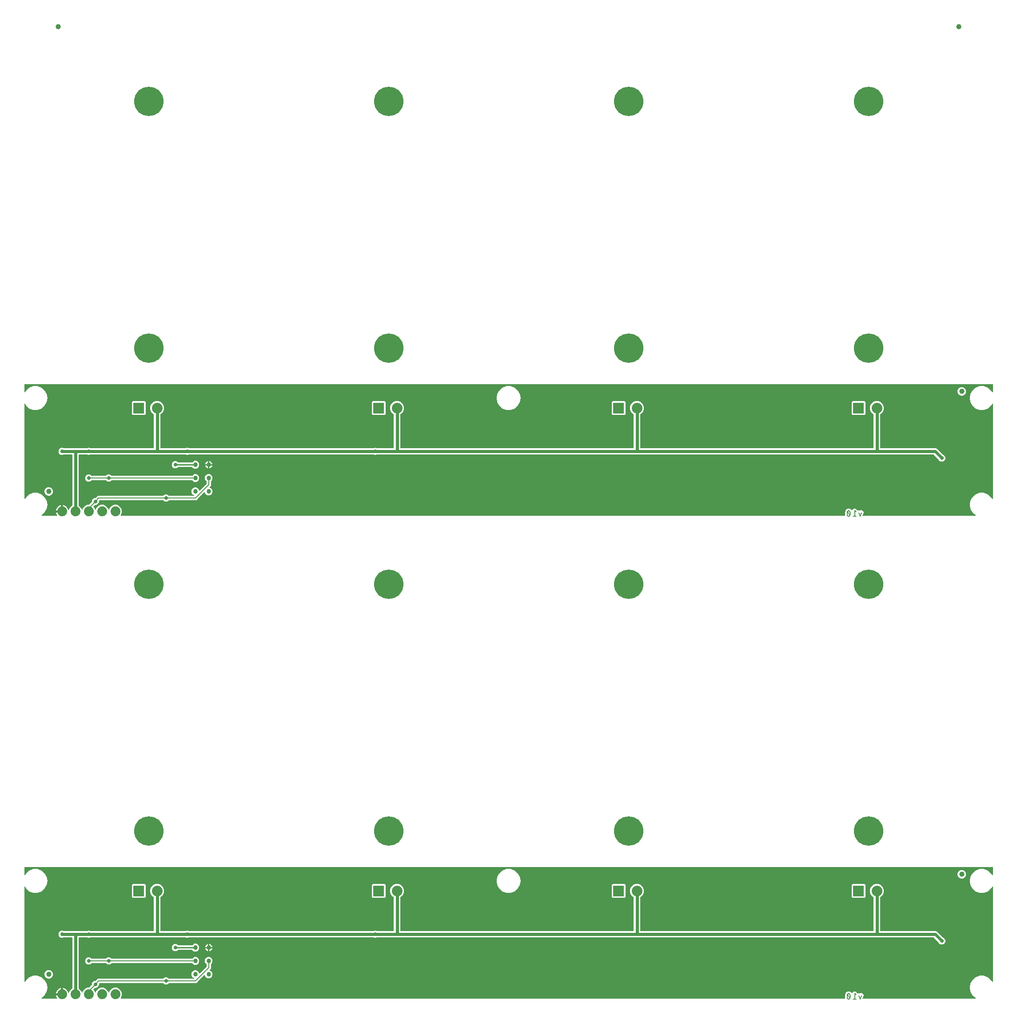
<source format=gbl>
G04 EAGLE Gerber RS-274X export*
G75*
%MOMM*%
%FSLAX34Y34*%
%LPD*%
%INBottom Copper*%
%IPPOS*%
%AMOC8*
5,1,8,0,0,1.08239X$1,22.5*%
G01*
%ADD10C,0.203200*%
%ADD11C,1.000000*%
%ADD12C,1.879600*%
%ADD13C,0.863600*%
%ADD14R,2.032000X2.032000*%
%ADD15C,2.032000*%
%ADD16C,5.600000*%
%ADD17C,0.736600*%
%ADD18C,0.609600*%
%ADD19C,0.254000*%

G36*
X65815Y923558D02*
X65815Y923558D01*
X65907Y923561D01*
X65956Y923577D01*
X66006Y923585D01*
X66090Y923622D01*
X66177Y923651D01*
X66219Y923680D01*
X66265Y923701D01*
X66335Y923760D01*
X66411Y923812D01*
X66443Y923852D01*
X66482Y923884D01*
X66533Y923961D01*
X66592Y924032D01*
X66612Y924079D01*
X66640Y924121D01*
X66668Y924209D01*
X66704Y924293D01*
X66710Y924344D01*
X66726Y924392D01*
X66728Y924484D01*
X66739Y924575D01*
X66732Y924626D01*
X66733Y924676D01*
X66710Y924765D01*
X66695Y924856D01*
X66675Y924896D01*
X66661Y924951D01*
X66580Y925088D01*
X66546Y925157D01*
X65989Y925923D01*
X65136Y927597D01*
X64555Y929384D01*
X64434Y930149D01*
X75184Y930149D01*
X75242Y930157D01*
X75300Y930155D01*
X75382Y930177D01*
X75465Y930189D01*
X75519Y930213D01*
X75575Y930227D01*
X75648Y930270D01*
X75725Y930305D01*
X75769Y930343D01*
X75820Y930373D01*
X75877Y930434D01*
X75942Y930489D01*
X75974Y930537D01*
X76014Y930580D01*
X76053Y930655D01*
X76099Y930725D01*
X76117Y930781D01*
X76144Y930833D01*
X76155Y930901D01*
X76185Y930996D01*
X76188Y931096D01*
X76199Y931164D01*
X76199Y932181D01*
X77216Y932181D01*
X77274Y932189D01*
X77332Y932188D01*
X77414Y932209D01*
X77497Y932221D01*
X77551Y932245D01*
X77607Y932259D01*
X77680Y932302D01*
X77757Y932337D01*
X77802Y932375D01*
X77852Y932405D01*
X77910Y932466D01*
X77974Y932521D01*
X78006Y932569D01*
X78046Y932612D01*
X78085Y932687D01*
X78131Y932757D01*
X78149Y932813D01*
X78176Y932865D01*
X78187Y932933D01*
X78217Y933028D01*
X78220Y933128D01*
X78231Y933196D01*
X78231Y943946D01*
X78996Y943825D01*
X80783Y943244D01*
X82457Y942391D01*
X83978Y941286D01*
X85306Y939958D01*
X86411Y938437D01*
X87264Y936763D01*
X87628Y935643D01*
X87658Y935581D01*
X87679Y935515D01*
X87720Y935454D01*
X87753Y935388D01*
X87799Y935337D01*
X87838Y935279D01*
X87894Y935232D01*
X87943Y935177D01*
X88002Y935141D01*
X88055Y935096D01*
X88122Y935066D01*
X88185Y935027D01*
X88252Y935009D01*
X88315Y934981D01*
X88388Y934971D01*
X88459Y934951D01*
X88528Y934951D01*
X88597Y934942D01*
X88669Y934952D01*
X88743Y934953D01*
X88810Y934973D01*
X88878Y934982D01*
X88945Y935013D01*
X89016Y935034D01*
X89074Y935071D01*
X89137Y935100D01*
X89193Y935147D01*
X89255Y935187D01*
X89301Y935239D01*
X89353Y935284D01*
X89386Y935337D01*
X89443Y935401D01*
X89492Y935505D01*
X89531Y935569D01*
X91048Y939231D01*
X94549Y942732D01*
X94876Y942867D01*
X94878Y942868D01*
X94879Y942868D01*
X94997Y942938D01*
X95121Y943012D01*
X95122Y943013D01*
X95124Y943014D01*
X95219Y943115D01*
X95317Y943218D01*
X95317Y943220D01*
X95318Y943221D01*
X95381Y943343D01*
X95447Y943471D01*
X95447Y943473D01*
X95448Y943474D01*
X95450Y943489D01*
X95487Y943674D01*
X95489Y943682D01*
X95489Y943688D01*
X95502Y943750D01*
X95499Y943781D01*
X95503Y943805D01*
X95503Y1039368D01*
X95495Y1039426D01*
X95497Y1039484D01*
X95475Y1039566D01*
X95463Y1039650D01*
X95440Y1039703D01*
X95425Y1039759D01*
X95382Y1039832D01*
X95347Y1039909D01*
X95309Y1039954D01*
X95280Y1040004D01*
X95218Y1040062D01*
X95164Y1040126D01*
X95115Y1040158D01*
X95072Y1040198D01*
X94997Y1040237D01*
X94927Y1040284D01*
X94871Y1040301D01*
X94819Y1040328D01*
X94751Y1040339D01*
X94656Y1040369D01*
X94556Y1040372D01*
X94488Y1040383D01*
X79274Y1040383D01*
X79243Y1040379D01*
X79213Y1040381D01*
X79136Y1040364D01*
X78992Y1040343D01*
X78934Y1040317D01*
X78885Y1040306D01*
X77539Y1039748D01*
X74861Y1039748D01*
X72387Y1040773D01*
X70493Y1042667D01*
X69468Y1045141D01*
X69468Y1047819D01*
X70493Y1050293D01*
X72387Y1052187D01*
X74861Y1053212D01*
X77539Y1053212D01*
X78885Y1052654D01*
X78915Y1052646D01*
X78943Y1052632D01*
X79020Y1052619D01*
X79161Y1052583D01*
X79225Y1052585D01*
X79274Y1052577D01*
X123926Y1052577D01*
X123957Y1052581D01*
X123987Y1052579D01*
X124064Y1052596D01*
X124207Y1052617D01*
X124266Y1052643D01*
X124315Y1052654D01*
X125661Y1053212D01*
X128339Y1053212D01*
X129685Y1052654D01*
X129715Y1052646D01*
X129743Y1052632D01*
X129820Y1052619D01*
X129961Y1052583D01*
X130025Y1052585D01*
X130074Y1052577D01*
X250138Y1052577D01*
X250196Y1052585D01*
X250254Y1052583D01*
X250336Y1052605D01*
X250420Y1052617D01*
X250473Y1052640D01*
X250529Y1052655D01*
X250602Y1052698D01*
X250679Y1052733D01*
X250724Y1052771D01*
X250774Y1052800D01*
X250832Y1052862D01*
X250896Y1052916D01*
X250928Y1052965D01*
X250968Y1053008D01*
X251007Y1053083D01*
X251054Y1053153D01*
X251071Y1053209D01*
X251098Y1053261D01*
X251109Y1053329D01*
X251139Y1053424D01*
X251142Y1053524D01*
X251153Y1053592D01*
X251153Y1116580D01*
X251153Y1116582D01*
X251153Y1116583D01*
X251133Y1116723D01*
X251113Y1116861D01*
X251113Y1116863D01*
X251113Y1116864D01*
X251056Y1116990D01*
X250997Y1117121D01*
X250996Y1117122D01*
X250995Y1117124D01*
X250904Y1117231D01*
X250814Y1117338D01*
X250812Y1117339D01*
X250811Y1117340D01*
X250798Y1117348D01*
X250577Y1117495D01*
X250548Y1117505D01*
X250527Y1117518D01*
X249768Y1117832D01*
X246052Y1121548D01*
X244041Y1126403D01*
X244041Y1131657D01*
X246052Y1136512D01*
X249768Y1140228D01*
X254623Y1142239D01*
X259877Y1142239D01*
X264732Y1140228D01*
X268448Y1136512D01*
X270459Y1131657D01*
X270459Y1126403D01*
X268448Y1121548D01*
X264732Y1117832D01*
X263973Y1117518D01*
X263972Y1117517D01*
X263971Y1117517D01*
X263852Y1117447D01*
X263729Y1117373D01*
X263728Y1117372D01*
X263726Y1117371D01*
X263629Y1117267D01*
X263533Y1117167D01*
X263533Y1117165D01*
X263532Y1117164D01*
X263467Y1117038D01*
X263403Y1116914D01*
X263403Y1116912D01*
X263402Y1116911D01*
X263400Y1116896D01*
X263348Y1116635D01*
X263351Y1116605D01*
X263347Y1116580D01*
X263347Y1053592D01*
X263355Y1053534D01*
X263353Y1053476D01*
X263375Y1053394D01*
X263387Y1053310D01*
X263410Y1053257D01*
X263425Y1053201D01*
X263468Y1053128D01*
X263503Y1053051D01*
X263541Y1053006D01*
X263570Y1052956D01*
X263632Y1052898D01*
X263686Y1052834D01*
X263735Y1052802D01*
X263778Y1052762D01*
X263853Y1052723D01*
X263923Y1052676D01*
X263979Y1052659D01*
X264031Y1052632D01*
X264099Y1052621D01*
X264194Y1052591D01*
X264294Y1052588D01*
X264362Y1052577D01*
X311826Y1052577D01*
X311857Y1052581D01*
X311887Y1052579D01*
X311964Y1052596D01*
X312107Y1052617D01*
X312166Y1052643D01*
X312215Y1052654D01*
X313561Y1053212D01*
X316239Y1053212D01*
X317585Y1052654D01*
X317615Y1052646D01*
X317643Y1052632D01*
X317720Y1052619D01*
X317861Y1052583D01*
X317925Y1052585D01*
X317974Y1052577D01*
X670026Y1052577D01*
X670057Y1052581D01*
X670087Y1052579D01*
X670164Y1052596D01*
X670308Y1052617D01*
X670366Y1052643D01*
X670415Y1052654D01*
X671761Y1053212D01*
X674439Y1053212D01*
X675785Y1052654D01*
X675815Y1052646D01*
X675843Y1052632D01*
X675920Y1052619D01*
X676061Y1052583D01*
X676125Y1052585D01*
X676174Y1052577D01*
X707338Y1052577D01*
X707396Y1052585D01*
X707454Y1052583D01*
X707536Y1052605D01*
X707620Y1052617D01*
X707673Y1052640D01*
X707729Y1052655D01*
X707802Y1052698D01*
X707879Y1052733D01*
X707924Y1052771D01*
X707974Y1052800D01*
X708032Y1052862D01*
X708096Y1052916D01*
X708128Y1052965D01*
X708168Y1053008D01*
X708207Y1053083D01*
X708254Y1053153D01*
X708271Y1053209D01*
X708298Y1053261D01*
X708309Y1053329D01*
X708339Y1053424D01*
X708342Y1053524D01*
X708353Y1053592D01*
X708353Y1116580D01*
X708353Y1116582D01*
X708353Y1116583D01*
X708333Y1116723D01*
X708313Y1116861D01*
X708313Y1116863D01*
X708313Y1116864D01*
X708256Y1116990D01*
X708197Y1117121D01*
X708196Y1117122D01*
X708195Y1117124D01*
X708104Y1117231D01*
X708014Y1117338D01*
X708012Y1117339D01*
X708011Y1117340D01*
X707998Y1117348D01*
X707777Y1117495D01*
X707748Y1117505D01*
X707727Y1117518D01*
X706968Y1117832D01*
X703252Y1121548D01*
X701241Y1126403D01*
X701241Y1131657D01*
X703252Y1136512D01*
X706968Y1140228D01*
X711823Y1142239D01*
X717077Y1142239D01*
X721932Y1140228D01*
X725648Y1136512D01*
X727659Y1131657D01*
X727659Y1126403D01*
X725648Y1121548D01*
X721932Y1117832D01*
X721173Y1117518D01*
X721172Y1117517D01*
X721171Y1117517D01*
X721052Y1117447D01*
X720929Y1117373D01*
X720928Y1117372D01*
X720926Y1117371D01*
X720829Y1117267D01*
X720733Y1117167D01*
X720733Y1117165D01*
X720732Y1117164D01*
X720667Y1117038D01*
X720603Y1116914D01*
X720603Y1116912D01*
X720602Y1116911D01*
X720600Y1116896D01*
X720548Y1116635D01*
X720551Y1116605D01*
X720547Y1116580D01*
X720547Y1053592D01*
X720555Y1053534D01*
X720553Y1053476D01*
X720575Y1053394D01*
X720587Y1053310D01*
X720610Y1053257D01*
X720625Y1053201D01*
X720668Y1053128D01*
X720703Y1053051D01*
X720741Y1053006D01*
X720770Y1052956D01*
X720832Y1052898D01*
X720886Y1052834D01*
X720935Y1052802D01*
X720978Y1052762D01*
X721053Y1052723D01*
X721123Y1052676D01*
X721179Y1052659D01*
X721231Y1052632D01*
X721299Y1052621D01*
X721394Y1052591D01*
X721494Y1052588D01*
X721562Y1052577D01*
X1164538Y1052577D01*
X1164596Y1052585D01*
X1164654Y1052583D01*
X1164736Y1052605D01*
X1164820Y1052617D01*
X1164873Y1052640D01*
X1164929Y1052655D01*
X1165002Y1052698D01*
X1165079Y1052733D01*
X1165124Y1052771D01*
X1165174Y1052800D01*
X1165232Y1052862D01*
X1165296Y1052916D01*
X1165328Y1052965D01*
X1165368Y1053008D01*
X1165407Y1053083D01*
X1165454Y1053153D01*
X1165471Y1053209D01*
X1165498Y1053261D01*
X1165509Y1053329D01*
X1165539Y1053424D01*
X1165542Y1053524D01*
X1165553Y1053592D01*
X1165553Y1116580D01*
X1165553Y1116582D01*
X1165553Y1116583D01*
X1165533Y1116723D01*
X1165513Y1116861D01*
X1165513Y1116863D01*
X1165513Y1116864D01*
X1165456Y1116990D01*
X1165397Y1117121D01*
X1165396Y1117122D01*
X1165395Y1117124D01*
X1165304Y1117231D01*
X1165214Y1117338D01*
X1165212Y1117339D01*
X1165211Y1117340D01*
X1165198Y1117348D01*
X1164977Y1117495D01*
X1164948Y1117505D01*
X1164927Y1117518D01*
X1164168Y1117832D01*
X1160452Y1121548D01*
X1158441Y1126403D01*
X1158441Y1131657D01*
X1160452Y1136512D01*
X1164168Y1140228D01*
X1169023Y1142239D01*
X1174277Y1142239D01*
X1179132Y1140228D01*
X1182848Y1136512D01*
X1184859Y1131657D01*
X1184859Y1126403D01*
X1182848Y1121548D01*
X1179132Y1117832D01*
X1178373Y1117518D01*
X1178372Y1117517D01*
X1178371Y1117517D01*
X1178252Y1117447D01*
X1178129Y1117373D01*
X1178128Y1117372D01*
X1178126Y1117371D01*
X1178029Y1117267D01*
X1177933Y1117167D01*
X1177933Y1117165D01*
X1177932Y1117164D01*
X1177867Y1117038D01*
X1177803Y1116914D01*
X1177803Y1116912D01*
X1177802Y1116911D01*
X1177800Y1116896D01*
X1177748Y1116635D01*
X1177751Y1116605D01*
X1177747Y1116580D01*
X1177747Y1053592D01*
X1177755Y1053534D01*
X1177753Y1053476D01*
X1177775Y1053394D01*
X1177787Y1053310D01*
X1177810Y1053257D01*
X1177825Y1053201D01*
X1177868Y1053128D01*
X1177903Y1053051D01*
X1177941Y1053006D01*
X1177970Y1052956D01*
X1178032Y1052898D01*
X1178086Y1052834D01*
X1178135Y1052802D01*
X1178178Y1052762D01*
X1178253Y1052723D01*
X1178323Y1052676D01*
X1178379Y1052659D01*
X1178431Y1052632D01*
X1178499Y1052621D01*
X1178594Y1052591D01*
X1178694Y1052588D01*
X1178762Y1052577D01*
X1621738Y1052577D01*
X1621796Y1052585D01*
X1621854Y1052583D01*
X1621936Y1052605D01*
X1622020Y1052617D01*
X1622073Y1052640D01*
X1622129Y1052655D01*
X1622202Y1052698D01*
X1622279Y1052733D01*
X1622324Y1052771D01*
X1622374Y1052800D01*
X1622432Y1052862D01*
X1622496Y1052916D01*
X1622528Y1052965D01*
X1622568Y1053008D01*
X1622607Y1053083D01*
X1622654Y1053153D01*
X1622671Y1053209D01*
X1622698Y1053261D01*
X1622709Y1053329D01*
X1622739Y1053424D01*
X1622742Y1053524D01*
X1622753Y1053592D01*
X1622753Y1116580D01*
X1622753Y1116582D01*
X1622753Y1116583D01*
X1622733Y1116723D01*
X1622713Y1116861D01*
X1622713Y1116863D01*
X1622713Y1116864D01*
X1622656Y1116990D01*
X1622597Y1117121D01*
X1622596Y1117122D01*
X1622595Y1117124D01*
X1622504Y1117231D01*
X1622414Y1117338D01*
X1622412Y1117339D01*
X1622411Y1117340D01*
X1622398Y1117348D01*
X1622177Y1117495D01*
X1622148Y1117505D01*
X1622127Y1117518D01*
X1621368Y1117832D01*
X1617652Y1121548D01*
X1615641Y1126403D01*
X1615641Y1131657D01*
X1617652Y1136512D01*
X1621368Y1140228D01*
X1626223Y1142239D01*
X1631477Y1142239D01*
X1636332Y1140228D01*
X1640048Y1136512D01*
X1642059Y1131657D01*
X1642059Y1126403D01*
X1640048Y1121548D01*
X1636332Y1117832D01*
X1635573Y1117518D01*
X1635572Y1117517D01*
X1635571Y1117517D01*
X1635452Y1117447D01*
X1635329Y1117373D01*
X1635328Y1117372D01*
X1635326Y1117371D01*
X1635229Y1117267D01*
X1635133Y1117167D01*
X1635133Y1117165D01*
X1635132Y1117164D01*
X1635067Y1117038D01*
X1635003Y1116914D01*
X1635003Y1116912D01*
X1635002Y1116911D01*
X1635000Y1116896D01*
X1634948Y1116635D01*
X1634951Y1116605D01*
X1634947Y1116580D01*
X1634947Y1053592D01*
X1634955Y1053534D01*
X1634953Y1053476D01*
X1634975Y1053394D01*
X1634987Y1053310D01*
X1635010Y1053257D01*
X1635025Y1053201D01*
X1635068Y1053128D01*
X1635103Y1053051D01*
X1635141Y1053006D01*
X1635170Y1052956D01*
X1635232Y1052898D01*
X1635286Y1052834D01*
X1635335Y1052802D01*
X1635378Y1052762D01*
X1635453Y1052723D01*
X1635523Y1052676D01*
X1635579Y1052659D01*
X1635631Y1052632D01*
X1635699Y1052621D01*
X1635794Y1052591D01*
X1635894Y1052588D01*
X1635962Y1052577D01*
X1741113Y1052577D01*
X1743354Y1051649D01*
X1754737Y1040265D01*
X1754762Y1040246D01*
X1754782Y1040223D01*
X1754849Y1040181D01*
X1754965Y1040094D01*
X1755025Y1040071D01*
X1755067Y1040045D01*
X1756413Y1039487D01*
X1758307Y1037593D01*
X1759332Y1035119D01*
X1759332Y1032441D01*
X1758307Y1029967D01*
X1756413Y1028073D01*
X1753939Y1027048D01*
X1751261Y1027048D01*
X1748787Y1028073D01*
X1746893Y1029967D01*
X1746335Y1031313D01*
X1746320Y1031340D01*
X1746310Y1031369D01*
X1746265Y1031433D01*
X1746191Y1031558D01*
X1746144Y1031602D01*
X1746115Y1031643D01*
X1737672Y1040086D01*
X1737602Y1040138D01*
X1737538Y1040198D01*
X1737489Y1040224D01*
X1737445Y1040257D01*
X1737363Y1040288D01*
X1737285Y1040328D01*
X1737238Y1040336D01*
X1737179Y1040358D01*
X1737031Y1040370D01*
X1736954Y1040383D01*
X676174Y1040383D01*
X676143Y1040379D01*
X676113Y1040381D01*
X676036Y1040364D01*
X675893Y1040343D01*
X675834Y1040317D01*
X675785Y1040306D01*
X674439Y1039748D01*
X671761Y1039748D01*
X670415Y1040306D01*
X670385Y1040314D01*
X670357Y1040328D01*
X670280Y1040341D01*
X670139Y1040377D01*
X670075Y1040375D01*
X670026Y1040383D01*
X317974Y1040383D01*
X317943Y1040379D01*
X317913Y1040381D01*
X317836Y1040364D01*
X317692Y1040343D01*
X317634Y1040317D01*
X317585Y1040306D01*
X316239Y1039748D01*
X313561Y1039748D01*
X312215Y1040306D01*
X312185Y1040314D01*
X312157Y1040328D01*
X312080Y1040341D01*
X311939Y1040377D01*
X311875Y1040375D01*
X311826Y1040383D01*
X130074Y1040383D01*
X130043Y1040379D01*
X130013Y1040381D01*
X129936Y1040364D01*
X129793Y1040343D01*
X129734Y1040317D01*
X129685Y1040306D01*
X128339Y1039748D01*
X125661Y1039748D01*
X124315Y1040306D01*
X124285Y1040314D01*
X124257Y1040328D01*
X124180Y1040341D01*
X124039Y1040377D01*
X123975Y1040375D01*
X123926Y1040383D01*
X108712Y1040383D01*
X108654Y1040375D01*
X108596Y1040377D01*
X108514Y1040355D01*
X108430Y1040343D01*
X108377Y1040320D01*
X108321Y1040305D01*
X108248Y1040262D01*
X108171Y1040227D01*
X108126Y1040189D01*
X108076Y1040160D01*
X108018Y1040098D01*
X107954Y1040044D01*
X107922Y1039995D01*
X107882Y1039952D01*
X107843Y1039877D01*
X107796Y1039807D01*
X107779Y1039751D01*
X107752Y1039699D01*
X107741Y1039631D01*
X107711Y1039536D01*
X107708Y1039436D01*
X107697Y1039368D01*
X107697Y943805D01*
X107697Y943804D01*
X107697Y943802D01*
X107704Y943752D01*
X107703Y943733D01*
X107711Y943706D01*
X107717Y943660D01*
X107737Y943524D01*
X107737Y943522D01*
X107737Y943521D01*
X107795Y943393D01*
X107853Y943264D01*
X107854Y943263D01*
X107855Y943262D01*
X107945Y943155D01*
X108036Y943047D01*
X108038Y943046D01*
X108039Y943045D01*
X108052Y943037D01*
X108273Y942890D01*
X108302Y942880D01*
X108324Y942867D01*
X108651Y942732D01*
X112152Y939231D01*
X113362Y936309D01*
X113377Y936284D01*
X113386Y936256D01*
X113449Y936161D01*
X113507Y936064D01*
X113528Y936044D01*
X113544Y936019D01*
X113631Y935946D01*
X113713Y935869D01*
X113739Y935855D01*
X113762Y935836D01*
X113865Y935790D01*
X113966Y935739D01*
X113995Y935733D01*
X114022Y935721D01*
X114134Y935705D01*
X114245Y935684D01*
X114274Y935686D01*
X114303Y935682D01*
X114415Y935698D01*
X114528Y935708D01*
X114555Y935719D01*
X114585Y935723D01*
X114688Y935769D01*
X114793Y935810D01*
X114817Y935828D01*
X114844Y935840D01*
X114930Y935913D01*
X115020Y935982D01*
X115038Y936005D01*
X115060Y936024D01*
X115102Y936091D01*
X115190Y936209D01*
X115212Y936268D01*
X115238Y936309D01*
X116448Y939231D01*
X119949Y942732D01*
X124524Y944627D01*
X126928Y944627D01*
X127014Y944639D01*
X127102Y944642D01*
X127155Y944659D01*
X127209Y944667D01*
X127289Y944702D01*
X127372Y944729D01*
X127412Y944757D01*
X127469Y944783D01*
X127582Y944879D01*
X127646Y944924D01*
X132671Y949949D01*
X132723Y950019D01*
X132783Y950083D01*
X132809Y950132D01*
X132842Y950176D01*
X132873Y950258D01*
X132913Y950336D01*
X132921Y950384D01*
X132943Y950442D01*
X132955Y950590D01*
X132968Y950667D01*
X132968Y952569D01*
X133993Y955043D01*
X135887Y956937D01*
X138361Y957962D01*
X140263Y957962D01*
X140349Y957974D01*
X140437Y957977D01*
X140490Y957994D01*
X140544Y958002D01*
X140624Y958037D01*
X140707Y958064D01*
X140747Y958092D01*
X140804Y958118D01*
X140917Y958214D01*
X140981Y958259D01*
X144366Y961645D01*
X268444Y961645D01*
X268531Y961657D01*
X268618Y961660D01*
X268671Y961677D01*
X268726Y961685D01*
X268805Y961720D01*
X268889Y961747D01*
X268928Y961775D01*
X268985Y961801D01*
X269098Y961897D01*
X269162Y961942D01*
X270507Y963287D01*
X272981Y964312D01*
X275659Y964312D01*
X278133Y963287D01*
X279478Y961942D01*
X279548Y961890D01*
X279612Y961830D01*
X279661Y961804D01*
X279705Y961771D01*
X279787Y961740D01*
X279865Y961700D01*
X279912Y961692D01*
X279971Y961670D01*
X280119Y961658D01*
X280196Y961645D01*
X326693Y961645D01*
X326778Y961657D01*
X326864Y961659D01*
X326918Y961677D01*
X326975Y961685D01*
X327053Y961720D01*
X327135Y961746D01*
X327182Y961778D01*
X327234Y961801D01*
X327300Y961856D01*
X327371Y961904D01*
X327408Y961948D01*
X327451Y961984D01*
X327499Y962056D01*
X327554Y962122D01*
X327577Y962174D01*
X327609Y962221D01*
X327635Y962303D01*
X327670Y962382D01*
X327677Y962438D01*
X327695Y962492D01*
X327697Y962578D01*
X327708Y962663D01*
X327700Y962719D01*
X327702Y962776D01*
X327680Y962859D01*
X327668Y962945D01*
X327644Y962996D01*
X327630Y963051D01*
X327586Y963125D01*
X327551Y963204D01*
X327514Y963247D01*
X327485Y963296D01*
X327422Y963355D01*
X327366Y963420D01*
X327324Y963446D01*
X327277Y963490D01*
X327148Y963556D01*
X327082Y963598D01*
X326027Y964035D01*
X323955Y966107D01*
X322833Y968815D01*
X322833Y971745D01*
X323955Y974453D01*
X326027Y976525D01*
X328735Y977647D01*
X331665Y977647D01*
X334373Y976525D01*
X336445Y974453D01*
X337293Y972406D01*
X337351Y972308D01*
X337404Y972206D01*
X337423Y972186D01*
X337437Y972162D01*
X337521Y972083D01*
X337600Y972000D01*
X337624Y971986D01*
X337644Y971966D01*
X337746Y971914D01*
X337845Y971856D01*
X337872Y971849D01*
X337897Y971836D01*
X338010Y971814D01*
X338121Y971786D01*
X338148Y971787D01*
X338176Y971781D01*
X338290Y971791D01*
X338405Y971795D01*
X338431Y971803D01*
X338459Y971806D01*
X338566Y971847D01*
X338675Y971882D01*
X338696Y971897D01*
X338724Y971908D01*
X338936Y972068D01*
X338949Y972077D01*
X351238Y984366D01*
X351290Y984436D01*
X351350Y984500D01*
X351376Y984549D01*
X351409Y984594D01*
X351440Y984675D01*
X351480Y984753D01*
X351488Y984801D01*
X351510Y984859D01*
X351522Y985007D01*
X351535Y985084D01*
X351535Y988906D01*
X351523Y988993D01*
X351520Y989080D01*
X351503Y989133D01*
X351495Y989188D01*
X351460Y989267D01*
X351433Y989351D01*
X351405Y989390D01*
X351379Y989447D01*
X351283Y989560D01*
X351238Y989624D01*
X349355Y991507D01*
X348233Y994215D01*
X348233Y997145D01*
X349355Y999853D01*
X351427Y1001925D01*
X354135Y1003047D01*
X357065Y1003047D01*
X359773Y1001925D01*
X361845Y999853D01*
X362967Y997145D01*
X362967Y994215D01*
X361845Y991507D01*
X359962Y989624D01*
X359910Y989554D01*
X359850Y989490D01*
X359824Y989441D01*
X359791Y989397D01*
X359760Y989315D01*
X359720Y989237D01*
X359712Y989190D01*
X359690Y989131D01*
X359678Y988983D01*
X359665Y988906D01*
X359665Y981296D01*
X357397Y979029D01*
X357328Y978937D01*
X357254Y978849D01*
X357243Y978824D01*
X357226Y978802D01*
X357185Y978694D01*
X357139Y978589D01*
X357135Y978562D01*
X357125Y978536D01*
X357115Y978422D01*
X357100Y978308D01*
X357104Y978280D01*
X357101Y978253D01*
X357124Y978140D01*
X357140Y978026D01*
X357152Y978001D01*
X357157Y977974D01*
X357210Y977872D01*
X357258Y977767D01*
X357276Y977746D01*
X357288Y977722D01*
X357367Y977638D01*
X357442Y977551D01*
X357463Y977538D01*
X357484Y977515D01*
X357714Y977381D01*
X357726Y977373D01*
X359773Y976525D01*
X361845Y974453D01*
X362967Y971745D01*
X362967Y968815D01*
X361845Y966107D01*
X359773Y964035D01*
X357065Y962913D01*
X354135Y962913D01*
X351427Y964035D01*
X349355Y966107D01*
X348507Y968154D01*
X348449Y968252D01*
X348396Y968354D01*
X348377Y968374D01*
X348363Y968398D01*
X348279Y968477D01*
X348200Y968560D01*
X348176Y968574D01*
X348156Y968594D01*
X348054Y968646D01*
X347955Y968704D01*
X347928Y968711D01*
X347903Y968724D01*
X347790Y968746D01*
X347679Y968774D01*
X347652Y968773D01*
X347624Y968779D01*
X347510Y968769D01*
X347395Y968765D01*
X347369Y968757D01*
X347341Y968754D01*
X347234Y968713D01*
X347125Y968678D01*
X347104Y968663D01*
X347076Y968652D01*
X346864Y968492D01*
X346851Y968483D01*
X334562Y956194D01*
X331884Y953515D01*
X280196Y953515D01*
X280109Y953503D01*
X280022Y953500D01*
X279969Y953483D01*
X279914Y953475D01*
X279835Y953440D01*
X279751Y953413D01*
X279712Y953385D01*
X279655Y953359D01*
X279542Y953263D01*
X279478Y953218D01*
X278133Y951873D01*
X275659Y950848D01*
X272981Y950848D01*
X270507Y951873D01*
X269162Y953218D01*
X269092Y953270D01*
X269028Y953330D01*
X268979Y953356D01*
X268935Y953389D01*
X268853Y953420D01*
X268775Y953460D01*
X268728Y953468D01*
X268669Y953490D01*
X268521Y953502D01*
X268444Y953515D01*
X148154Y953515D01*
X148068Y953503D01*
X147980Y953500D01*
X147928Y953483D01*
X147873Y953475D01*
X147793Y953440D01*
X147710Y953413D01*
X147670Y953385D01*
X147613Y953359D01*
X147500Y953263D01*
X147436Y953218D01*
X146729Y952511D01*
X146677Y952441D01*
X146617Y952377D01*
X146591Y952328D01*
X146558Y952284D01*
X146527Y952202D01*
X146487Y952124D01*
X146479Y952076D01*
X146457Y952018D01*
X146445Y951870D01*
X146432Y951793D01*
X146432Y949891D01*
X145407Y947417D01*
X143513Y945523D01*
X141039Y944498D01*
X139137Y944498D01*
X139051Y944486D01*
X138963Y944483D01*
X138910Y944466D01*
X138856Y944458D01*
X138776Y944423D01*
X138693Y944396D01*
X138653Y944368D01*
X138596Y944342D01*
X138483Y944246D01*
X138419Y944201D01*
X136218Y942000D01*
X136183Y941953D01*
X136141Y941913D01*
X136098Y941840D01*
X136047Y941773D01*
X136027Y941718D01*
X135997Y941668D01*
X135976Y941586D01*
X135946Y941507D01*
X135941Y941449D01*
X135927Y941392D01*
X135930Y941308D01*
X135923Y941224D01*
X135934Y941166D01*
X135936Y941108D01*
X135962Y941028D01*
X135978Y940945D01*
X136005Y940893D01*
X136023Y940837D01*
X136063Y940781D01*
X136109Y940693D01*
X136178Y940620D01*
X136218Y940564D01*
X137552Y939231D01*
X138762Y936309D01*
X138777Y936284D01*
X138786Y936256D01*
X138849Y936161D01*
X138907Y936064D01*
X138928Y936044D01*
X138944Y936019D01*
X139031Y935946D01*
X139113Y935869D01*
X139139Y935855D01*
X139162Y935836D01*
X139265Y935790D01*
X139366Y935739D01*
X139395Y935733D01*
X139422Y935721D01*
X139534Y935705D01*
X139645Y935684D01*
X139674Y935686D01*
X139703Y935682D01*
X139815Y935698D01*
X139928Y935708D01*
X139955Y935719D01*
X139985Y935723D01*
X140088Y935769D01*
X140193Y935810D01*
X140217Y935828D01*
X140244Y935840D01*
X140330Y935913D01*
X140420Y935982D01*
X140438Y936005D01*
X140460Y936024D01*
X140502Y936091D01*
X140590Y936209D01*
X140612Y936268D01*
X140638Y936309D01*
X141848Y939231D01*
X145349Y942732D01*
X149924Y944627D01*
X154876Y944627D01*
X159451Y942732D01*
X162952Y939231D01*
X164162Y936309D01*
X164177Y936284D01*
X164186Y936256D01*
X164249Y936161D01*
X164307Y936064D01*
X164328Y936044D01*
X164344Y936019D01*
X164431Y935947D01*
X164513Y935869D01*
X164539Y935855D01*
X164562Y935837D01*
X164665Y935791D01*
X164766Y935739D01*
X164795Y935733D01*
X164822Y935721D01*
X164934Y935705D01*
X165045Y935684D01*
X165074Y935686D01*
X165103Y935682D01*
X165215Y935698D01*
X165328Y935708D01*
X165355Y935719D01*
X165384Y935723D01*
X165488Y935769D01*
X165593Y935810D01*
X165617Y935828D01*
X165644Y935840D01*
X165730Y935913D01*
X165820Y935982D01*
X165838Y936005D01*
X165860Y936024D01*
X165902Y936091D01*
X165990Y936209D01*
X166012Y936268D01*
X166038Y936309D01*
X167248Y939231D01*
X170749Y942732D01*
X175324Y944627D01*
X180276Y944627D01*
X184851Y942732D01*
X188352Y939231D01*
X190247Y934656D01*
X190247Y929704D01*
X188277Y924949D01*
X188248Y924837D01*
X188214Y924728D01*
X188213Y924700D01*
X188206Y924673D01*
X188209Y924559D01*
X188206Y924444D01*
X188213Y924417D01*
X188214Y924389D01*
X188249Y924280D01*
X188278Y924169D01*
X188292Y924145D01*
X188301Y924118D01*
X188365Y924023D01*
X188423Y923924D01*
X188444Y923905D01*
X188459Y923882D01*
X188547Y923808D01*
X188631Y923730D01*
X188655Y923717D01*
X188677Y923699D01*
X188781Y923653D01*
X188884Y923600D01*
X188908Y923596D01*
X188936Y923584D01*
X189200Y923547D01*
X189215Y923545D01*
X1567350Y923545D01*
X1567353Y923545D01*
X1567357Y923545D01*
X1567494Y923565D01*
X1567631Y923585D01*
X1567635Y923586D01*
X1567638Y923586D01*
X1567764Y923644D01*
X1567891Y923701D01*
X1567893Y923703D01*
X1567897Y923704D01*
X1568001Y923794D01*
X1568108Y923884D01*
X1568110Y923887D01*
X1568112Y923890D01*
X1568188Y924004D01*
X1568265Y924121D01*
X1568267Y924124D01*
X1568268Y924127D01*
X1568309Y924260D01*
X1568351Y924392D01*
X1568351Y924396D01*
X1568352Y924399D01*
X1568355Y924538D01*
X1568359Y924676D01*
X1568358Y924680D01*
X1568358Y924683D01*
X1568350Y924711D01*
X1568287Y924951D01*
X1568270Y924979D01*
X1568263Y925005D01*
X1568068Y925403D01*
X1568068Y931337D01*
X1568727Y932688D01*
X1568729Y932693D01*
X1568732Y932698D01*
X1568743Y932736D01*
X1568815Y932958D01*
X1568816Y932993D01*
X1568823Y933021D01*
X1568872Y933456D01*
X1569022Y933575D01*
X1569103Y933662D01*
X1569188Y933744D01*
X1569198Y933763D01*
X1569217Y933782D01*
X1569347Y934035D01*
X1569347Y934037D01*
X1569348Y934039D01*
X1569827Y935438D01*
X1573091Y937769D01*
X1577102Y937769D01*
X1580365Y935438D01*
X1580469Y935135D01*
X1580497Y935081D01*
X1580515Y935023D01*
X1580561Y934955D01*
X1580598Y934882D01*
X1580639Y934838D01*
X1580673Y934787D01*
X1580736Y934734D01*
X1580792Y934674D01*
X1580844Y934643D01*
X1580891Y934604D01*
X1580966Y934571D01*
X1581036Y934529D01*
X1581095Y934513D01*
X1581150Y934489D01*
X1581232Y934477D01*
X1581311Y934456D01*
X1581372Y934458D01*
X1581432Y934449D01*
X1581513Y934461D01*
X1581595Y934463D01*
X1581653Y934481D01*
X1581713Y934490D01*
X1581788Y934524D01*
X1581866Y934548D01*
X1581917Y934582D01*
X1581972Y934607D01*
X1582023Y934652D01*
X1582103Y934705D01*
X1582170Y934784D01*
X1582222Y934831D01*
X1582240Y934852D01*
X1582255Y934879D01*
X1582277Y934902D01*
X1582287Y934921D01*
X1582287Y934922D01*
X1582290Y934928D01*
X1582327Y935001D01*
X1582384Y935097D01*
X1582392Y935127D01*
X1582406Y935155D01*
X1582419Y935232D01*
X1582455Y935372D01*
X1582455Y935381D01*
X1583453Y936379D01*
X1583492Y936430D01*
X1583528Y936463D01*
X1584414Y937571D01*
X1584474Y937590D01*
X1584582Y937618D01*
X1584609Y937634D01*
X1584639Y937643D01*
X1584703Y937689D01*
X1584827Y937762D01*
X1584833Y937769D01*
X1586245Y937769D01*
X1586308Y937778D01*
X1586357Y937775D01*
X1587767Y937932D01*
X1587823Y937903D01*
X1587919Y937846D01*
X1587949Y937839D01*
X1587977Y937824D01*
X1588055Y937811D01*
X1588194Y937775D01*
X1588203Y937775D01*
X1589202Y936777D01*
X1589253Y936739D01*
X1589285Y936702D01*
X1592373Y934232D01*
X1592418Y934205D01*
X1592458Y934171D01*
X1592540Y934133D01*
X1592618Y934087D01*
X1592669Y934074D01*
X1592716Y934052D01*
X1592806Y934038D01*
X1592893Y934016D01*
X1592946Y934017D01*
X1592997Y934009D01*
X1593069Y934020D01*
X1593178Y934023D01*
X1593264Y934051D01*
X1593329Y934061D01*
X1594755Y934537D01*
X1596359Y933734D01*
X1596375Y933729D01*
X1596390Y933720D01*
X1596510Y933684D01*
X1596629Y933644D01*
X1596646Y933643D01*
X1596662Y933638D01*
X1596788Y933637D01*
X1596913Y933632D01*
X1596929Y933636D01*
X1596946Y933636D01*
X1597014Y933657D01*
X1597189Y933699D01*
X1597231Y933723D01*
X1597267Y933734D01*
X1598872Y934537D01*
X1602067Y933472D01*
X1603573Y930460D01*
X1601713Y924881D01*
X1601699Y924803D01*
X1601675Y924728D01*
X1601673Y924664D01*
X1601662Y924601D01*
X1601670Y924523D01*
X1601668Y924444D01*
X1601684Y924382D01*
X1601690Y924319D01*
X1601719Y924245D01*
X1601739Y924169D01*
X1601772Y924114D01*
X1601796Y924055D01*
X1601844Y923992D01*
X1601885Y923924D01*
X1601931Y923881D01*
X1601970Y923830D01*
X1602034Y923784D01*
X1602092Y923730D01*
X1602149Y923701D01*
X1602200Y923663D01*
X1602275Y923636D01*
X1602345Y923600D01*
X1602399Y923591D01*
X1602468Y923566D01*
X1602599Y923558D01*
X1602676Y923545D01*
X1816267Y923545D01*
X1816340Y923555D01*
X1816414Y923555D01*
X1816480Y923575D01*
X1816549Y923585D01*
X1816616Y923615D01*
X1816686Y923635D01*
X1816745Y923672D01*
X1816808Y923701D01*
X1816864Y923748D01*
X1816926Y923788D01*
X1816972Y923840D01*
X1817025Y923884D01*
X1817066Y923946D01*
X1817115Y924001D01*
X1817144Y924063D01*
X1817183Y924121D01*
X1817205Y924191D01*
X1817236Y924258D01*
X1817248Y924326D01*
X1817268Y924392D01*
X1817270Y924466D01*
X1817282Y924538D01*
X1817274Y924607D01*
X1817276Y924676D01*
X1817257Y924747D01*
X1817248Y924821D01*
X1817221Y924884D01*
X1817204Y924951D01*
X1817166Y925015D01*
X1817138Y925082D01*
X1817099Y925127D01*
X1817059Y925196D01*
X1816969Y925280D01*
X1816920Y925338D01*
X1811215Y930124D01*
X1807229Y937029D01*
X1805845Y944880D01*
X1807229Y952731D01*
X1811215Y959635D01*
X1817322Y964760D01*
X1824814Y967487D01*
X1832786Y967487D01*
X1840278Y964760D01*
X1846385Y959636D01*
X1848241Y956421D01*
X1848253Y956406D01*
X1848261Y956388D01*
X1848340Y956294D01*
X1848416Y956197D01*
X1848432Y956186D01*
X1848445Y956171D01*
X1848547Y956102D01*
X1848646Y956031D01*
X1848665Y956024D01*
X1848681Y956013D01*
X1848799Y955976D01*
X1848914Y955934D01*
X1848934Y955933D01*
X1848952Y955927D01*
X1849075Y955924D01*
X1849198Y955916D01*
X1849217Y955921D01*
X1849236Y955920D01*
X1849355Y955951D01*
X1849475Y955978D01*
X1849493Y955987D01*
X1849511Y955992D01*
X1849617Y956054D01*
X1849725Y956113D01*
X1849739Y956127D01*
X1849756Y956137D01*
X1849840Y956227D01*
X1849927Y956313D01*
X1849937Y956330D01*
X1849950Y956344D01*
X1850006Y956454D01*
X1850066Y956561D01*
X1850071Y956580D01*
X1850080Y956598D01*
X1850092Y956670D01*
X1850131Y956838D01*
X1850129Y956889D01*
X1850135Y956929D01*
X1850135Y1136031D01*
X1850133Y1136051D01*
X1850135Y1136070D01*
X1850113Y1136191D01*
X1850095Y1136313D01*
X1850087Y1136331D01*
X1850084Y1136350D01*
X1850029Y1136460D01*
X1849979Y1136572D01*
X1849967Y1136587D01*
X1849958Y1136605D01*
X1849875Y1136696D01*
X1849796Y1136789D01*
X1849779Y1136800D01*
X1849766Y1136815D01*
X1849661Y1136879D01*
X1849559Y1136947D01*
X1849540Y1136953D01*
X1849524Y1136963D01*
X1849405Y1136996D01*
X1849288Y1137033D01*
X1849268Y1137033D01*
X1849249Y1137038D01*
X1849127Y1137037D01*
X1849004Y1137040D01*
X1848985Y1137035D01*
X1848965Y1137035D01*
X1848847Y1136999D01*
X1848729Y1136968D01*
X1848712Y1136958D01*
X1848693Y1136952D01*
X1848590Y1136886D01*
X1848484Y1136823D01*
X1848471Y1136809D01*
X1848454Y1136798D01*
X1848408Y1136741D01*
X1848290Y1136616D01*
X1848266Y1136570D01*
X1848241Y1136539D01*
X1846385Y1133324D01*
X1840278Y1128200D01*
X1832786Y1125473D01*
X1824814Y1125473D01*
X1817322Y1128200D01*
X1811215Y1133324D01*
X1807229Y1140229D01*
X1805845Y1148080D01*
X1807229Y1155931D01*
X1811215Y1162835D01*
X1817322Y1167960D01*
X1824814Y1170687D01*
X1832786Y1170687D01*
X1840278Y1167960D01*
X1846385Y1162836D01*
X1848241Y1159621D01*
X1848253Y1159606D01*
X1848261Y1159588D01*
X1848340Y1159494D01*
X1848416Y1159397D01*
X1848432Y1159386D01*
X1848445Y1159371D01*
X1848547Y1159302D01*
X1848646Y1159231D01*
X1848665Y1159224D01*
X1848681Y1159213D01*
X1848799Y1159176D01*
X1848914Y1159134D01*
X1848934Y1159133D01*
X1848952Y1159127D01*
X1849075Y1159124D01*
X1849198Y1159116D01*
X1849217Y1159121D01*
X1849236Y1159120D01*
X1849355Y1159151D01*
X1849475Y1159178D01*
X1849493Y1159187D01*
X1849511Y1159192D01*
X1849617Y1159254D01*
X1849725Y1159313D01*
X1849739Y1159327D01*
X1849756Y1159337D01*
X1849840Y1159427D01*
X1849927Y1159513D01*
X1849937Y1159530D01*
X1849950Y1159544D01*
X1850006Y1159654D01*
X1850066Y1159761D01*
X1850071Y1159780D01*
X1850080Y1159798D01*
X1850092Y1159870D01*
X1850131Y1160038D01*
X1850129Y1160089D01*
X1850135Y1160129D01*
X1850135Y1173480D01*
X1850127Y1173538D01*
X1850129Y1173596D01*
X1850107Y1173678D01*
X1850095Y1173762D01*
X1850072Y1173815D01*
X1850057Y1173871D01*
X1850014Y1173944D01*
X1849979Y1174021D01*
X1849941Y1174066D01*
X1849912Y1174116D01*
X1849850Y1174174D01*
X1849796Y1174238D01*
X1849747Y1174270D01*
X1849704Y1174310D01*
X1849629Y1174349D01*
X1849559Y1174396D01*
X1849503Y1174413D01*
X1849451Y1174440D01*
X1849383Y1174451D01*
X1849288Y1174481D01*
X1849188Y1174484D01*
X1849120Y1174495D01*
X5080Y1174495D01*
X5022Y1174487D01*
X4964Y1174489D01*
X4882Y1174467D01*
X4798Y1174455D01*
X4745Y1174432D01*
X4689Y1174417D01*
X4616Y1174374D01*
X4539Y1174339D01*
X4494Y1174301D01*
X4444Y1174272D01*
X4386Y1174210D01*
X4322Y1174156D01*
X4290Y1174107D01*
X4250Y1174064D01*
X4211Y1173989D01*
X4164Y1173919D01*
X4147Y1173863D01*
X4120Y1173811D01*
X4109Y1173743D01*
X4079Y1173648D01*
X4076Y1173548D01*
X4065Y1173480D01*
X4065Y1160129D01*
X4067Y1160109D01*
X4065Y1160090D01*
X4087Y1159969D01*
X4105Y1159847D01*
X4113Y1159829D01*
X4116Y1159810D01*
X4171Y1159700D01*
X4221Y1159588D01*
X4233Y1159573D01*
X4242Y1159555D01*
X4325Y1159464D01*
X4404Y1159371D01*
X4421Y1159360D01*
X4434Y1159345D01*
X4539Y1159281D01*
X4641Y1159213D01*
X4660Y1159207D01*
X4676Y1159197D01*
X4795Y1159164D01*
X4912Y1159127D01*
X4932Y1159127D01*
X4951Y1159122D01*
X5073Y1159123D01*
X5196Y1159120D01*
X5215Y1159125D01*
X5235Y1159125D01*
X5353Y1159161D01*
X5471Y1159192D01*
X5488Y1159202D01*
X5507Y1159208D01*
X5610Y1159274D01*
X5716Y1159337D01*
X5729Y1159351D01*
X5746Y1159362D01*
X5792Y1159419D01*
X5910Y1159544D01*
X5934Y1159590D01*
X5959Y1159621D01*
X7815Y1162836D01*
X13922Y1167960D01*
X21414Y1170687D01*
X29386Y1170687D01*
X36878Y1167960D01*
X42985Y1162836D01*
X46971Y1155931D01*
X48355Y1148080D01*
X46971Y1140229D01*
X42985Y1133325D01*
X36878Y1128200D01*
X29386Y1125473D01*
X21414Y1125473D01*
X13922Y1128200D01*
X7815Y1133324D01*
X5959Y1136539D01*
X5947Y1136554D01*
X5939Y1136572D01*
X5860Y1136666D01*
X5784Y1136763D01*
X5768Y1136774D01*
X5755Y1136789D01*
X5653Y1136858D01*
X5554Y1136929D01*
X5535Y1136936D01*
X5519Y1136947D01*
X5401Y1136984D01*
X5286Y1137026D01*
X5266Y1137027D01*
X5248Y1137033D01*
X5125Y1137036D01*
X5002Y1137044D01*
X4983Y1137039D01*
X4964Y1137040D01*
X4845Y1137009D01*
X4725Y1136982D01*
X4707Y1136973D01*
X4689Y1136968D01*
X4583Y1136906D01*
X4475Y1136847D01*
X4461Y1136833D01*
X4444Y1136823D01*
X4360Y1136733D01*
X4273Y1136647D01*
X4263Y1136630D01*
X4250Y1136616D01*
X4194Y1136506D01*
X4134Y1136399D01*
X4129Y1136380D01*
X4120Y1136362D01*
X4108Y1136290D01*
X4069Y1136122D01*
X4071Y1136071D01*
X4065Y1136031D01*
X4065Y956929D01*
X4067Y956909D01*
X4065Y956890D01*
X4087Y956769D01*
X4105Y956647D01*
X4113Y956629D01*
X4116Y956610D01*
X4171Y956500D01*
X4221Y956388D01*
X4233Y956373D01*
X4242Y956355D01*
X4325Y956264D01*
X4404Y956171D01*
X4421Y956160D01*
X4434Y956145D01*
X4539Y956081D01*
X4641Y956013D01*
X4660Y956007D01*
X4676Y955997D01*
X4795Y955964D01*
X4912Y955927D01*
X4932Y955927D01*
X4951Y955922D01*
X5073Y955923D01*
X5196Y955920D01*
X5215Y955925D01*
X5235Y955925D01*
X5353Y955961D01*
X5471Y955992D01*
X5488Y956002D01*
X5507Y956008D01*
X5610Y956074D01*
X5716Y956137D01*
X5729Y956151D01*
X5746Y956162D01*
X5792Y956219D01*
X5910Y956344D01*
X5934Y956390D01*
X5959Y956421D01*
X7815Y959636D01*
X13922Y964760D01*
X21414Y967487D01*
X29386Y967487D01*
X36878Y964760D01*
X42985Y959636D01*
X46971Y952731D01*
X48355Y944880D01*
X46971Y937029D01*
X42985Y930125D01*
X37280Y925338D01*
X37231Y925283D01*
X37175Y925235D01*
X37136Y925178D01*
X37090Y925126D01*
X37058Y925060D01*
X37017Y924999D01*
X36996Y924933D01*
X36966Y924870D01*
X36954Y924798D01*
X36932Y924728D01*
X36930Y924659D01*
X36918Y924590D01*
X36926Y924517D01*
X36924Y924444D01*
X36942Y924377D01*
X36949Y924308D01*
X36977Y924240D01*
X36996Y924169D01*
X37031Y924109D01*
X37058Y924045D01*
X37104Y923987D01*
X37141Y923924D01*
X37192Y923877D01*
X37235Y923823D01*
X37295Y923780D01*
X37349Y923730D01*
X37410Y923698D01*
X37467Y923658D01*
X37536Y923634D01*
X37602Y923600D01*
X37660Y923590D01*
X37735Y923564D01*
X37857Y923557D01*
X37933Y923545D01*
X65724Y923545D01*
X65815Y923558D01*
G37*
G36*
X65815Y4078D02*
X65815Y4078D01*
X65907Y4081D01*
X65956Y4097D01*
X66006Y4105D01*
X66090Y4142D01*
X66177Y4171D01*
X66219Y4200D01*
X66265Y4221D01*
X66335Y4280D01*
X66411Y4332D01*
X66443Y4372D01*
X66482Y4404D01*
X66533Y4481D01*
X66592Y4552D01*
X66612Y4599D01*
X66640Y4641D01*
X66668Y4729D01*
X66704Y4813D01*
X66710Y4864D01*
X66726Y4912D01*
X66728Y5004D01*
X66739Y5095D01*
X66732Y5146D01*
X66733Y5196D01*
X66710Y5285D01*
X66695Y5376D01*
X66675Y5416D01*
X66661Y5471D01*
X66580Y5608D01*
X66546Y5677D01*
X65989Y6443D01*
X65136Y8117D01*
X64555Y9904D01*
X64434Y10669D01*
X75184Y10669D01*
X75242Y10677D01*
X75300Y10675D01*
X75382Y10697D01*
X75465Y10709D01*
X75519Y10733D01*
X75575Y10747D01*
X75648Y10790D01*
X75725Y10825D01*
X75769Y10863D01*
X75820Y10893D01*
X75877Y10954D01*
X75942Y11009D01*
X75974Y11057D01*
X76014Y11100D01*
X76053Y11175D01*
X76099Y11245D01*
X76117Y11301D01*
X76144Y11353D01*
X76155Y11421D01*
X76185Y11516D01*
X76188Y11616D01*
X76199Y11684D01*
X76199Y12701D01*
X77216Y12701D01*
X77274Y12709D01*
X77332Y12708D01*
X77414Y12729D01*
X77497Y12741D01*
X77551Y12765D01*
X77607Y12779D01*
X77680Y12822D01*
X77757Y12857D01*
X77802Y12895D01*
X77852Y12925D01*
X77910Y12986D01*
X77974Y13041D01*
X78006Y13089D01*
X78046Y13132D01*
X78085Y13207D01*
X78131Y13277D01*
X78149Y13333D01*
X78176Y13385D01*
X78187Y13453D01*
X78217Y13548D01*
X78220Y13648D01*
X78231Y13716D01*
X78231Y24466D01*
X78996Y24345D01*
X80783Y23764D01*
X82457Y22911D01*
X83978Y21806D01*
X85306Y20478D01*
X86411Y18957D01*
X87264Y17283D01*
X87628Y16163D01*
X87658Y16101D01*
X87679Y16035D01*
X87720Y15974D01*
X87753Y15908D01*
X87799Y15857D01*
X87838Y15799D01*
X87894Y15752D01*
X87943Y15697D01*
X88002Y15661D01*
X88055Y15616D01*
X88123Y15586D01*
X88185Y15548D01*
X88252Y15529D01*
X88315Y15501D01*
X88388Y15491D01*
X88459Y15471D01*
X88528Y15471D01*
X88597Y15462D01*
X88670Y15472D01*
X88743Y15473D01*
X88809Y15493D01*
X88878Y15503D01*
X88945Y15533D01*
X89016Y15554D01*
X89074Y15591D01*
X89137Y15620D01*
X89193Y15667D01*
X89255Y15707D01*
X89301Y15759D01*
X89353Y15804D01*
X89386Y15857D01*
X89443Y15921D01*
X89492Y16025D01*
X89531Y16089D01*
X91048Y19751D01*
X94549Y23252D01*
X94877Y23387D01*
X94878Y23388D01*
X94879Y23389D01*
X94998Y23459D01*
X95121Y23532D01*
X95122Y23533D01*
X95124Y23534D01*
X95221Y23638D01*
X95317Y23739D01*
X95317Y23740D01*
X95318Y23741D01*
X95383Y23867D01*
X95447Y23991D01*
X95447Y23993D01*
X95448Y23994D01*
X95450Y24009D01*
X95487Y24194D01*
X95489Y24202D01*
X95489Y24208D01*
X95502Y24270D01*
X95499Y24301D01*
X95503Y24325D01*
X95503Y119888D01*
X95495Y119946D01*
X95497Y120004D01*
X95475Y120086D01*
X95463Y120170D01*
X95440Y120223D01*
X95425Y120279D01*
X95382Y120352D01*
X95347Y120429D01*
X95309Y120474D01*
X95280Y120524D01*
X95218Y120582D01*
X95164Y120646D01*
X95115Y120678D01*
X95072Y120718D01*
X94997Y120757D01*
X94927Y120804D01*
X94871Y120821D01*
X94819Y120848D01*
X94751Y120859D01*
X94656Y120889D01*
X94556Y120892D01*
X94488Y120903D01*
X79274Y120903D01*
X79243Y120899D01*
X79213Y120901D01*
X79136Y120884D01*
X78992Y120863D01*
X78934Y120837D01*
X78885Y120826D01*
X77539Y120268D01*
X74861Y120268D01*
X72387Y121293D01*
X70493Y123187D01*
X69468Y125661D01*
X69468Y128339D01*
X70493Y130813D01*
X72387Y132707D01*
X74861Y133732D01*
X77539Y133732D01*
X78885Y133174D01*
X78915Y133166D01*
X78943Y133152D01*
X79020Y133139D01*
X79161Y133103D01*
X79225Y133105D01*
X79274Y133097D01*
X123926Y133097D01*
X123957Y133101D01*
X123987Y133099D01*
X124064Y133116D01*
X124207Y133137D01*
X124266Y133163D01*
X124315Y133174D01*
X125661Y133732D01*
X128339Y133732D01*
X129685Y133174D01*
X129715Y133166D01*
X129743Y133152D01*
X129820Y133139D01*
X129961Y133103D01*
X130025Y133105D01*
X130074Y133097D01*
X250138Y133097D01*
X250196Y133105D01*
X250254Y133103D01*
X250336Y133125D01*
X250420Y133137D01*
X250473Y133160D01*
X250529Y133175D01*
X250602Y133218D01*
X250679Y133253D01*
X250724Y133291D01*
X250774Y133320D01*
X250832Y133382D01*
X250896Y133436D01*
X250928Y133485D01*
X250968Y133528D01*
X251007Y133603D01*
X251054Y133673D01*
X251071Y133729D01*
X251098Y133781D01*
X251109Y133849D01*
X251139Y133944D01*
X251142Y134044D01*
X251153Y134112D01*
X251153Y197100D01*
X251153Y197102D01*
X251153Y197103D01*
X251133Y197243D01*
X251113Y197381D01*
X251113Y197383D01*
X251113Y197384D01*
X251056Y197510D01*
X250997Y197641D01*
X250996Y197642D01*
X250995Y197644D01*
X250904Y197751D01*
X250814Y197858D01*
X250812Y197859D01*
X250811Y197860D01*
X250798Y197868D01*
X250577Y198015D01*
X250548Y198025D01*
X250527Y198038D01*
X249768Y198352D01*
X246052Y202068D01*
X244041Y206923D01*
X244041Y212177D01*
X246052Y217032D01*
X249768Y220748D01*
X254623Y222759D01*
X259877Y222759D01*
X264732Y220748D01*
X268448Y217032D01*
X270459Y212177D01*
X270459Y206923D01*
X268448Y202068D01*
X264732Y198352D01*
X263973Y198038D01*
X263972Y198037D01*
X263971Y198037D01*
X263852Y197967D01*
X263729Y197893D01*
X263728Y197892D01*
X263726Y197891D01*
X263629Y197787D01*
X263533Y197687D01*
X263533Y197685D01*
X263532Y197684D01*
X263467Y197558D01*
X263403Y197434D01*
X263403Y197432D01*
X263402Y197431D01*
X263400Y197416D01*
X263348Y197155D01*
X263351Y197125D01*
X263347Y197100D01*
X263347Y134112D01*
X263355Y134054D01*
X263353Y133996D01*
X263375Y133914D01*
X263387Y133830D01*
X263410Y133777D01*
X263425Y133721D01*
X263468Y133648D01*
X263503Y133571D01*
X263541Y133526D01*
X263570Y133476D01*
X263632Y133418D01*
X263686Y133354D01*
X263735Y133322D01*
X263778Y133282D01*
X263853Y133243D01*
X263923Y133196D01*
X263979Y133179D01*
X264031Y133152D01*
X264099Y133141D01*
X264194Y133111D01*
X264294Y133108D01*
X264362Y133097D01*
X311826Y133097D01*
X311857Y133101D01*
X311887Y133099D01*
X311964Y133116D01*
X312107Y133137D01*
X312166Y133163D01*
X312215Y133174D01*
X313561Y133732D01*
X316239Y133732D01*
X317585Y133174D01*
X317615Y133166D01*
X317643Y133152D01*
X317720Y133139D01*
X317861Y133103D01*
X317925Y133105D01*
X317974Y133097D01*
X670026Y133097D01*
X670057Y133101D01*
X670087Y133099D01*
X670164Y133116D01*
X670308Y133137D01*
X670366Y133163D01*
X670415Y133174D01*
X671761Y133732D01*
X674439Y133732D01*
X675785Y133174D01*
X675815Y133166D01*
X675843Y133152D01*
X675920Y133139D01*
X676061Y133103D01*
X676125Y133105D01*
X676174Y133097D01*
X707338Y133097D01*
X707396Y133105D01*
X707454Y133103D01*
X707536Y133125D01*
X707620Y133137D01*
X707673Y133160D01*
X707729Y133175D01*
X707802Y133218D01*
X707879Y133253D01*
X707924Y133291D01*
X707974Y133320D01*
X708032Y133382D01*
X708096Y133436D01*
X708128Y133485D01*
X708168Y133528D01*
X708207Y133603D01*
X708254Y133673D01*
X708271Y133729D01*
X708298Y133781D01*
X708309Y133849D01*
X708339Y133944D01*
X708342Y134044D01*
X708353Y134112D01*
X708353Y197100D01*
X708353Y197102D01*
X708353Y197103D01*
X708333Y197243D01*
X708313Y197381D01*
X708313Y197383D01*
X708313Y197384D01*
X708256Y197510D01*
X708197Y197641D01*
X708196Y197642D01*
X708195Y197644D01*
X708104Y197751D01*
X708014Y197858D01*
X708012Y197859D01*
X708011Y197860D01*
X707998Y197868D01*
X707777Y198015D01*
X707748Y198025D01*
X707727Y198038D01*
X706968Y198352D01*
X703252Y202068D01*
X701241Y206923D01*
X701241Y212177D01*
X703252Y217032D01*
X706968Y220748D01*
X711823Y222759D01*
X717077Y222759D01*
X721932Y220748D01*
X725648Y217032D01*
X727659Y212177D01*
X727659Y206923D01*
X725648Y202068D01*
X721932Y198352D01*
X721173Y198038D01*
X721172Y198037D01*
X721171Y198037D01*
X721052Y197967D01*
X720929Y197893D01*
X720928Y197892D01*
X720926Y197891D01*
X720829Y197787D01*
X720733Y197687D01*
X720733Y197685D01*
X720732Y197684D01*
X720667Y197558D01*
X720603Y197434D01*
X720603Y197432D01*
X720602Y197431D01*
X720600Y197416D01*
X720548Y197155D01*
X720551Y197125D01*
X720547Y197100D01*
X720547Y134112D01*
X720555Y134054D01*
X720553Y133996D01*
X720575Y133914D01*
X720587Y133830D01*
X720610Y133777D01*
X720625Y133721D01*
X720668Y133648D01*
X720703Y133571D01*
X720741Y133526D01*
X720770Y133476D01*
X720832Y133418D01*
X720886Y133354D01*
X720935Y133322D01*
X720978Y133282D01*
X721053Y133243D01*
X721123Y133196D01*
X721179Y133179D01*
X721231Y133152D01*
X721299Y133141D01*
X721394Y133111D01*
X721494Y133108D01*
X721562Y133097D01*
X1164538Y133097D01*
X1164596Y133105D01*
X1164654Y133103D01*
X1164736Y133125D01*
X1164820Y133137D01*
X1164873Y133160D01*
X1164929Y133175D01*
X1165002Y133218D01*
X1165079Y133253D01*
X1165124Y133291D01*
X1165174Y133320D01*
X1165232Y133382D01*
X1165296Y133436D01*
X1165328Y133485D01*
X1165368Y133528D01*
X1165407Y133603D01*
X1165454Y133673D01*
X1165471Y133729D01*
X1165498Y133781D01*
X1165509Y133849D01*
X1165539Y133944D01*
X1165542Y134044D01*
X1165553Y134112D01*
X1165553Y197100D01*
X1165553Y197102D01*
X1165553Y197103D01*
X1165533Y197243D01*
X1165513Y197381D01*
X1165513Y197383D01*
X1165513Y197384D01*
X1165456Y197510D01*
X1165397Y197641D01*
X1165396Y197642D01*
X1165395Y197644D01*
X1165304Y197751D01*
X1165214Y197858D01*
X1165212Y197859D01*
X1165211Y197860D01*
X1165198Y197868D01*
X1164977Y198015D01*
X1164948Y198025D01*
X1164927Y198038D01*
X1164168Y198352D01*
X1160452Y202068D01*
X1158441Y206923D01*
X1158441Y212177D01*
X1160452Y217032D01*
X1164168Y220748D01*
X1169023Y222759D01*
X1174277Y222759D01*
X1179132Y220748D01*
X1182848Y217032D01*
X1184859Y212177D01*
X1184859Y206923D01*
X1182848Y202068D01*
X1179132Y198352D01*
X1178373Y198038D01*
X1178372Y198037D01*
X1178371Y198037D01*
X1178252Y197967D01*
X1178129Y197893D01*
X1178128Y197892D01*
X1178126Y197891D01*
X1178029Y197787D01*
X1177933Y197687D01*
X1177933Y197685D01*
X1177932Y197684D01*
X1177867Y197558D01*
X1177803Y197434D01*
X1177803Y197432D01*
X1177802Y197431D01*
X1177800Y197416D01*
X1177748Y197155D01*
X1177751Y197125D01*
X1177747Y197100D01*
X1177747Y134112D01*
X1177755Y134054D01*
X1177753Y133996D01*
X1177775Y133914D01*
X1177787Y133830D01*
X1177810Y133777D01*
X1177825Y133721D01*
X1177868Y133648D01*
X1177903Y133571D01*
X1177941Y133526D01*
X1177970Y133476D01*
X1178032Y133418D01*
X1178086Y133354D01*
X1178135Y133322D01*
X1178178Y133282D01*
X1178253Y133243D01*
X1178323Y133196D01*
X1178379Y133179D01*
X1178431Y133152D01*
X1178499Y133141D01*
X1178594Y133111D01*
X1178694Y133108D01*
X1178762Y133097D01*
X1621738Y133097D01*
X1621796Y133105D01*
X1621854Y133103D01*
X1621936Y133125D01*
X1622020Y133137D01*
X1622073Y133160D01*
X1622129Y133175D01*
X1622202Y133218D01*
X1622279Y133253D01*
X1622324Y133291D01*
X1622374Y133320D01*
X1622432Y133382D01*
X1622496Y133436D01*
X1622528Y133485D01*
X1622568Y133528D01*
X1622607Y133603D01*
X1622654Y133673D01*
X1622671Y133729D01*
X1622698Y133781D01*
X1622709Y133849D01*
X1622739Y133944D01*
X1622742Y134044D01*
X1622753Y134112D01*
X1622753Y197100D01*
X1622753Y197102D01*
X1622753Y197103D01*
X1622733Y197243D01*
X1622713Y197381D01*
X1622713Y197383D01*
X1622713Y197384D01*
X1622656Y197510D01*
X1622597Y197641D01*
X1622596Y197642D01*
X1622595Y197644D01*
X1622504Y197751D01*
X1622414Y197858D01*
X1622412Y197859D01*
X1622411Y197860D01*
X1622398Y197868D01*
X1622177Y198015D01*
X1622148Y198025D01*
X1622127Y198038D01*
X1621368Y198352D01*
X1617652Y202068D01*
X1615641Y206923D01*
X1615641Y212177D01*
X1617652Y217032D01*
X1621368Y220748D01*
X1626223Y222759D01*
X1631477Y222759D01*
X1636332Y220748D01*
X1640048Y217032D01*
X1642059Y212177D01*
X1642059Y206923D01*
X1640048Y202068D01*
X1636332Y198352D01*
X1635573Y198038D01*
X1635572Y198037D01*
X1635571Y198037D01*
X1635452Y197967D01*
X1635329Y197893D01*
X1635328Y197892D01*
X1635326Y197891D01*
X1635229Y197787D01*
X1635133Y197687D01*
X1635133Y197685D01*
X1635132Y197684D01*
X1635067Y197558D01*
X1635003Y197434D01*
X1635003Y197432D01*
X1635002Y197431D01*
X1635000Y197416D01*
X1634948Y197155D01*
X1634951Y197125D01*
X1634947Y197100D01*
X1634947Y134112D01*
X1634955Y134054D01*
X1634953Y133996D01*
X1634975Y133914D01*
X1634987Y133830D01*
X1635010Y133777D01*
X1635025Y133721D01*
X1635068Y133648D01*
X1635103Y133571D01*
X1635141Y133526D01*
X1635170Y133476D01*
X1635232Y133418D01*
X1635286Y133354D01*
X1635335Y133322D01*
X1635378Y133282D01*
X1635453Y133243D01*
X1635523Y133196D01*
X1635579Y133179D01*
X1635631Y133152D01*
X1635699Y133141D01*
X1635794Y133111D01*
X1635894Y133108D01*
X1635962Y133097D01*
X1741113Y133097D01*
X1743354Y132169D01*
X1754737Y120785D01*
X1754762Y120766D01*
X1754782Y120743D01*
X1754849Y120701D01*
X1754965Y120614D01*
X1755025Y120591D01*
X1755067Y120565D01*
X1756413Y120007D01*
X1758307Y118113D01*
X1759332Y115639D01*
X1759332Y112961D01*
X1758307Y110487D01*
X1756413Y108593D01*
X1753939Y107568D01*
X1751261Y107568D01*
X1748787Y108593D01*
X1746893Y110487D01*
X1746335Y111833D01*
X1746320Y111860D01*
X1746310Y111889D01*
X1746265Y111953D01*
X1746191Y112078D01*
X1746144Y112122D01*
X1746115Y112163D01*
X1737672Y120606D01*
X1737602Y120658D01*
X1737538Y120718D01*
X1737489Y120744D01*
X1737445Y120777D01*
X1737363Y120808D01*
X1737285Y120848D01*
X1737238Y120856D01*
X1737179Y120878D01*
X1737031Y120890D01*
X1736954Y120903D01*
X676174Y120903D01*
X676143Y120899D01*
X676113Y120901D01*
X676036Y120884D01*
X675893Y120863D01*
X675834Y120837D01*
X675785Y120826D01*
X674439Y120268D01*
X671761Y120268D01*
X670415Y120826D01*
X670385Y120834D01*
X670357Y120848D01*
X670280Y120861D01*
X670139Y120897D01*
X670075Y120895D01*
X670026Y120903D01*
X317974Y120903D01*
X317943Y120899D01*
X317913Y120901D01*
X317836Y120884D01*
X317692Y120863D01*
X317634Y120837D01*
X317585Y120826D01*
X316239Y120268D01*
X313561Y120268D01*
X312215Y120826D01*
X312185Y120834D01*
X312157Y120848D01*
X312080Y120861D01*
X311939Y120897D01*
X311875Y120895D01*
X311826Y120903D01*
X130074Y120903D01*
X130043Y120899D01*
X130013Y120901D01*
X129936Y120884D01*
X129793Y120863D01*
X129734Y120837D01*
X129685Y120826D01*
X128339Y120268D01*
X125661Y120268D01*
X124315Y120826D01*
X124285Y120834D01*
X124257Y120848D01*
X124180Y120861D01*
X124039Y120897D01*
X123975Y120895D01*
X123926Y120903D01*
X108712Y120903D01*
X108654Y120895D01*
X108596Y120897D01*
X108514Y120875D01*
X108430Y120863D01*
X108377Y120840D01*
X108321Y120825D01*
X108248Y120782D01*
X108171Y120747D01*
X108126Y120709D01*
X108076Y120680D01*
X108018Y120618D01*
X107954Y120564D01*
X107922Y120515D01*
X107882Y120472D01*
X107843Y120397D01*
X107796Y120327D01*
X107779Y120271D01*
X107752Y120219D01*
X107741Y120151D01*
X107711Y120056D01*
X107708Y119956D01*
X107697Y119888D01*
X107697Y24325D01*
X107697Y24324D01*
X107697Y24322D01*
X107704Y24272D01*
X107703Y24253D01*
X107711Y24225D01*
X107717Y24182D01*
X107737Y24044D01*
X107737Y24042D01*
X107737Y24041D01*
X107794Y23915D01*
X107853Y23784D01*
X107854Y23783D01*
X107855Y23782D01*
X107946Y23675D01*
X108036Y23567D01*
X108038Y23566D01*
X108039Y23565D01*
X108052Y23557D01*
X108273Y23410D01*
X108302Y23401D01*
X108323Y23387D01*
X108651Y23252D01*
X112152Y19751D01*
X113362Y16829D01*
X113377Y16804D01*
X113386Y16776D01*
X113449Y16681D01*
X113507Y16584D01*
X113528Y16564D01*
X113544Y16539D01*
X113631Y16466D01*
X113713Y16389D01*
X113739Y16375D01*
X113762Y16356D01*
X113865Y16310D01*
X113966Y16259D01*
X113995Y16253D01*
X114022Y16241D01*
X114134Y16225D01*
X114245Y16204D01*
X114274Y16206D01*
X114303Y16202D01*
X114415Y16218D01*
X114528Y16228D01*
X114555Y16239D01*
X114585Y16243D01*
X114688Y16289D01*
X114793Y16330D01*
X114817Y16348D01*
X114844Y16360D01*
X114930Y16433D01*
X115020Y16502D01*
X115038Y16525D01*
X115060Y16544D01*
X115102Y16611D01*
X115190Y16729D01*
X115212Y16788D01*
X115238Y16829D01*
X116448Y19751D01*
X119949Y23252D01*
X124524Y25147D01*
X126928Y25147D01*
X127014Y25159D01*
X127102Y25162D01*
X127154Y25179D01*
X127209Y25187D01*
X127289Y25222D01*
X127372Y25249D01*
X127412Y25277D01*
X127469Y25303D01*
X127582Y25399D01*
X127646Y25444D01*
X132671Y30469D01*
X132723Y30539D01*
X132783Y30603D01*
X132809Y30652D01*
X132842Y30697D01*
X132873Y30778D01*
X132913Y30856D01*
X132921Y30904D01*
X132943Y30962D01*
X132955Y31110D01*
X132968Y31187D01*
X132968Y33089D01*
X133993Y35563D01*
X135887Y37457D01*
X138361Y38482D01*
X140263Y38482D01*
X140349Y38494D01*
X140437Y38497D01*
X140489Y38514D01*
X140544Y38522D01*
X140624Y38557D01*
X140707Y38584D01*
X140747Y38612D01*
X140804Y38638D01*
X140917Y38734D01*
X140981Y38779D01*
X144366Y42165D01*
X268444Y42165D01*
X268531Y42177D01*
X268618Y42180D01*
X268671Y42197D01*
X268726Y42205D01*
X268805Y42240D01*
X268889Y42267D01*
X268928Y42295D01*
X268985Y42321D01*
X269098Y42417D01*
X269162Y42462D01*
X270507Y43807D01*
X272981Y44832D01*
X275659Y44832D01*
X278133Y43807D01*
X279478Y42462D01*
X279548Y42410D01*
X279612Y42350D01*
X279661Y42324D01*
X279705Y42291D01*
X279787Y42260D01*
X279865Y42220D01*
X279912Y42212D01*
X279971Y42190D01*
X280119Y42178D01*
X280196Y42165D01*
X326693Y42165D01*
X326778Y42177D01*
X326864Y42179D01*
X326918Y42197D01*
X326975Y42205D01*
X327053Y42240D01*
X327135Y42266D01*
X327182Y42298D01*
X327234Y42321D01*
X327300Y42376D01*
X327371Y42424D01*
X327408Y42468D01*
X327451Y42504D01*
X327499Y42576D01*
X327554Y42642D01*
X327577Y42694D01*
X327609Y42741D01*
X327635Y42823D01*
X327670Y42902D01*
X327677Y42958D01*
X327695Y43012D01*
X327697Y43098D01*
X327708Y43183D01*
X327700Y43239D01*
X327702Y43296D01*
X327680Y43379D01*
X327668Y43465D01*
X327644Y43516D01*
X327630Y43571D01*
X327586Y43645D01*
X327551Y43724D01*
X327514Y43767D01*
X327485Y43816D01*
X327422Y43875D01*
X327366Y43940D01*
X327324Y43966D01*
X327277Y44010D01*
X327148Y44076D01*
X327082Y44118D01*
X326027Y44555D01*
X323955Y46627D01*
X322833Y49335D01*
X322833Y52265D01*
X323955Y54973D01*
X326027Y57045D01*
X328735Y58167D01*
X331665Y58167D01*
X334373Y57045D01*
X336445Y54973D01*
X337293Y52926D01*
X337351Y52828D01*
X337404Y52726D01*
X337423Y52706D01*
X337437Y52682D01*
X337521Y52603D01*
X337600Y52520D01*
X337624Y52506D01*
X337644Y52486D01*
X337746Y52434D01*
X337845Y52376D01*
X337872Y52369D01*
X337897Y52356D01*
X338010Y52334D01*
X338121Y52306D01*
X338148Y52307D01*
X338176Y52301D01*
X338290Y52311D01*
X338405Y52315D01*
X338431Y52323D01*
X338459Y52326D01*
X338566Y52367D01*
X338675Y52402D01*
X338696Y52417D01*
X338724Y52428D01*
X338936Y52588D01*
X338949Y52597D01*
X351238Y64886D01*
X351290Y64956D01*
X351350Y65020D01*
X351376Y65069D01*
X351409Y65114D01*
X351440Y65195D01*
X351480Y65273D01*
X351488Y65321D01*
X351510Y65379D01*
X351522Y65527D01*
X351535Y65604D01*
X351535Y69426D01*
X351523Y69513D01*
X351520Y69600D01*
X351503Y69653D01*
X351495Y69708D01*
X351460Y69787D01*
X351433Y69871D01*
X351405Y69910D01*
X351379Y69967D01*
X351283Y70080D01*
X351238Y70144D01*
X349355Y72027D01*
X348233Y74735D01*
X348233Y77665D01*
X349355Y80373D01*
X351427Y82445D01*
X354135Y83567D01*
X357065Y83567D01*
X359773Y82445D01*
X361845Y80373D01*
X362967Y77665D01*
X362967Y74735D01*
X361845Y72027D01*
X359962Y70144D01*
X359910Y70074D01*
X359850Y70010D01*
X359824Y69961D01*
X359791Y69917D01*
X359760Y69835D01*
X359720Y69757D01*
X359712Y69710D01*
X359690Y69651D01*
X359678Y69503D01*
X359665Y69426D01*
X359665Y61816D01*
X357397Y59549D01*
X357328Y59457D01*
X357254Y59369D01*
X357243Y59344D01*
X357226Y59322D01*
X357185Y59214D01*
X357139Y59109D01*
X357135Y59082D01*
X357125Y59056D01*
X357115Y58942D01*
X357100Y58828D01*
X357104Y58800D01*
X357101Y58773D01*
X357124Y58660D01*
X357140Y58546D01*
X357152Y58521D01*
X357157Y58494D01*
X357210Y58392D01*
X357258Y58287D01*
X357276Y58266D01*
X357288Y58242D01*
X357367Y58158D01*
X357442Y58071D01*
X357463Y58058D01*
X357484Y58035D01*
X357714Y57901D01*
X357726Y57893D01*
X359773Y57045D01*
X361845Y54973D01*
X362967Y52265D01*
X362967Y49335D01*
X361845Y46627D01*
X359773Y44555D01*
X357065Y43433D01*
X354135Y43433D01*
X351427Y44555D01*
X349355Y46627D01*
X348507Y48674D01*
X348449Y48772D01*
X348396Y48874D01*
X348377Y48894D01*
X348363Y48918D01*
X348279Y48997D01*
X348200Y49080D01*
X348176Y49094D01*
X348156Y49114D01*
X348054Y49166D01*
X347955Y49224D01*
X347928Y49231D01*
X347903Y49244D01*
X347790Y49266D01*
X347679Y49294D01*
X347652Y49293D01*
X347624Y49299D01*
X347510Y49289D01*
X347395Y49285D01*
X347369Y49277D01*
X347341Y49274D01*
X347234Y49233D01*
X347125Y49198D01*
X347104Y49183D01*
X347076Y49172D01*
X346864Y49012D01*
X346851Y49003D01*
X334562Y36714D01*
X331884Y34035D01*
X280196Y34035D01*
X280109Y34023D01*
X280022Y34020D01*
X279969Y34003D01*
X279914Y33995D01*
X279835Y33960D01*
X279751Y33933D01*
X279712Y33905D01*
X279655Y33879D01*
X279542Y33783D01*
X279478Y33738D01*
X278133Y32393D01*
X275659Y31368D01*
X272981Y31368D01*
X270507Y32393D01*
X269162Y33738D01*
X269092Y33790D01*
X269028Y33850D01*
X268979Y33876D01*
X268935Y33909D01*
X268853Y33940D01*
X268775Y33980D01*
X268728Y33988D01*
X268669Y34010D01*
X268521Y34022D01*
X268444Y34035D01*
X148154Y34035D01*
X148068Y34023D01*
X147980Y34020D01*
X147928Y34003D01*
X147873Y33995D01*
X147793Y33960D01*
X147710Y33933D01*
X147670Y33905D01*
X147613Y33879D01*
X147500Y33783D01*
X147436Y33738D01*
X146729Y33031D01*
X146677Y32961D01*
X146617Y32897D01*
X146591Y32848D01*
X146558Y32803D01*
X146527Y32722D01*
X146487Y32644D01*
X146479Y32596D01*
X146457Y32538D01*
X146445Y32390D01*
X146432Y32313D01*
X146432Y30411D01*
X145407Y27937D01*
X143513Y26043D01*
X141039Y25018D01*
X139137Y25018D01*
X139051Y25006D01*
X138963Y25003D01*
X138911Y24986D01*
X138856Y24978D01*
X138776Y24943D01*
X138693Y24916D01*
X138653Y24888D01*
X138596Y24862D01*
X138483Y24766D01*
X138419Y24721D01*
X136218Y22520D01*
X136183Y22473D01*
X136141Y22433D01*
X136098Y22360D01*
X136047Y22293D01*
X136027Y22238D01*
X135997Y22188D01*
X135976Y22106D01*
X135946Y22027D01*
X135941Y21969D01*
X135927Y21912D01*
X135930Y21828D01*
X135923Y21744D01*
X135934Y21686D01*
X135936Y21628D01*
X135962Y21548D01*
X135978Y21465D01*
X136005Y21413D01*
X136023Y21357D01*
X136063Y21301D01*
X136109Y21213D01*
X136178Y21140D01*
X136218Y21084D01*
X137552Y19751D01*
X138762Y16829D01*
X138777Y16804D01*
X138786Y16776D01*
X138849Y16681D01*
X138907Y16584D01*
X138928Y16564D01*
X138944Y16539D01*
X139031Y16466D01*
X139113Y16389D01*
X139139Y16375D01*
X139162Y16356D01*
X139265Y16310D01*
X139366Y16259D01*
X139395Y16253D01*
X139422Y16241D01*
X139534Y16225D01*
X139645Y16204D01*
X139674Y16206D01*
X139703Y16202D01*
X139815Y16218D01*
X139928Y16228D01*
X139955Y16239D01*
X139985Y16243D01*
X140088Y16289D01*
X140193Y16330D01*
X140217Y16348D01*
X140244Y16360D01*
X140330Y16433D01*
X140420Y16502D01*
X140438Y16525D01*
X140460Y16544D01*
X140502Y16611D01*
X140590Y16729D01*
X140612Y16788D01*
X140638Y16829D01*
X141848Y19751D01*
X145349Y23252D01*
X149924Y25147D01*
X154876Y25147D01*
X159451Y23252D01*
X162952Y19751D01*
X164162Y16829D01*
X164177Y16804D01*
X164186Y16776D01*
X164249Y16681D01*
X164307Y16584D01*
X164328Y16564D01*
X164344Y16539D01*
X164431Y16466D01*
X164513Y16389D01*
X164539Y16375D01*
X164562Y16356D01*
X164665Y16310D01*
X164766Y16259D01*
X164795Y16253D01*
X164822Y16241D01*
X164934Y16225D01*
X165045Y16204D01*
X165074Y16206D01*
X165103Y16202D01*
X165215Y16218D01*
X165328Y16228D01*
X165355Y16239D01*
X165385Y16243D01*
X165488Y16289D01*
X165593Y16330D01*
X165617Y16348D01*
X165644Y16360D01*
X165730Y16433D01*
X165820Y16502D01*
X165838Y16525D01*
X165860Y16544D01*
X165902Y16611D01*
X165990Y16729D01*
X166012Y16788D01*
X166038Y16829D01*
X167248Y19751D01*
X170749Y23252D01*
X175324Y25147D01*
X180276Y25147D01*
X184851Y23252D01*
X188352Y19751D01*
X190247Y15176D01*
X190247Y10224D01*
X188277Y5469D01*
X188248Y5357D01*
X188214Y5248D01*
X188213Y5220D01*
X188206Y5193D01*
X188209Y5079D01*
X188206Y4964D01*
X188213Y4937D01*
X188214Y4909D01*
X188249Y4800D01*
X188278Y4689D01*
X188292Y4665D01*
X188301Y4638D01*
X188365Y4543D01*
X188423Y4444D01*
X188444Y4425D01*
X188459Y4402D01*
X188547Y4328D01*
X188631Y4250D01*
X188655Y4237D01*
X188677Y4219D01*
X188781Y4173D01*
X188884Y4120D01*
X188908Y4116D01*
X188936Y4104D01*
X189200Y4067D01*
X189215Y4065D01*
X1567350Y4065D01*
X1567353Y4065D01*
X1567357Y4065D01*
X1567494Y4085D01*
X1567631Y4105D01*
X1567635Y4106D01*
X1567638Y4106D01*
X1567764Y4164D01*
X1567891Y4221D01*
X1567893Y4223D01*
X1567897Y4224D01*
X1568001Y4314D01*
X1568108Y4404D01*
X1568110Y4407D01*
X1568112Y4410D01*
X1568188Y4524D01*
X1568265Y4641D01*
X1568267Y4644D01*
X1568268Y4647D01*
X1568309Y4780D01*
X1568351Y4912D01*
X1568351Y4916D01*
X1568352Y4919D01*
X1568355Y5058D01*
X1568359Y5196D01*
X1568358Y5200D01*
X1568358Y5203D01*
X1568350Y5231D01*
X1568287Y5471D01*
X1568270Y5499D01*
X1568263Y5525D01*
X1568068Y5923D01*
X1568068Y11857D01*
X1568727Y13208D01*
X1568729Y13213D01*
X1568732Y13218D01*
X1568743Y13256D01*
X1568815Y13478D01*
X1568816Y13513D01*
X1568823Y13541D01*
X1568872Y13976D01*
X1569022Y14095D01*
X1569103Y14182D01*
X1569188Y14264D01*
X1569198Y14283D01*
X1569217Y14302D01*
X1569347Y14555D01*
X1569347Y14557D01*
X1569348Y14559D01*
X1569827Y15958D01*
X1573091Y18289D01*
X1577102Y18289D01*
X1580365Y15958D01*
X1580469Y15655D01*
X1580497Y15601D01*
X1580515Y15543D01*
X1580561Y15475D01*
X1580598Y15402D01*
X1580639Y15358D01*
X1580673Y15307D01*
X1580736Y15254D01*
X1580792Y15194D01*
X1580844Y15163D01*
X1580891Y15124D01*
X1580966Y15091D01*
X1581036Y15049D01*
X1581095Y15033D01*
X1581150Y15009D01*
X1581232Y14997D01*
X1581311Y14976D01*
X1581372Y14978D01*
X1581432Y14969D01*
X1581513Y14981D01*
X1581595Y14983D01*
X1581653Y15001D01*
X1581713Y15010D01*
X1581788Y15044D01*
X1581866Y15068D01*
X1581917Y15102D01*
X1581972Y15127D01*
X1582023Y15172D01*
X1582103Y15225D01*
X1582170Y15304D01*
X1582222Y15351D01*
X1582240Y15372D01*
X1582255Y15399D01*
X1582277Y15422D01*
X1582287Y15441D01*
X1582287Y15442D01*
X1582290Y15448D01*
X1582327Y15521D01*
X1582384Y15617D01*
X1582392Y15647D01*
X1582406Y15675D01*
X1582419Y15752D01*
X1582455Y15892D01*
X1582455Y15901D01*
X1583453Y16899D01*
X1583492Y16950D01*
X1583528Y16983D01*
X1584414Y18091D01*
X1584474Y18110D01*
X1584582Y18138D01*
X1584609Y18154D01*
X1584639Y18163D01*
X1584703Y18209D01*
X1584827Y18282D01*
X1584833Y18289D01*
X1586245Y18289D01*
X1586308Y18298D01*
X1586357Y18295D01*
X1587767Y18452D01*
X1587823Y18423D01*
X1587919Y18366D01*
X1587949Y18359D01*
X1587977Y18344D01*
X1588055Y18331D01*
X1588194Y18295D01*
X1588203Y18295D01*
X1589202Y17297D01*
X1589253Y17259D01*
X1589285Y17222D01*
X1592373Y14752D01*
X1592418Y14725D01*
X1592458Y14691D01*
X1592540Y14653D01*
X1592618Y14607D01*
X1592669Y14594D01*
X1592716Y14572D01*
X1592806Y14558D01*
X1592893Y14536D01*
X1592946Y14537D01*
X1592997Y14529D01*
X1593069Y14540D01*
X1593178Y14543D01*
X1593264Y14571D01*
X1593329Y14581D01*
X1594755Y15057D01*
X1596359Y14254D01*
X1596375Y14249D01*
X1596390Y14240D01*
X1596510Y14204D01*
X1596629Y14164D01*
X1596646Y14163D01*
X1596662Y14158D01*
X1596788Y14157D01*
X1596913Y14152D01*
X1596929Y14156D01*
X1596946Y14156D01*
X1597014Y14177D01*
X1597189Y14219D01*
X1597231Y14243D01*
X1597267Y14254D01*
X1598872Y15057D01*
X1602067Y13992D01*
X1603573Y10980D01*
X1601713Y5401D01*
X1601699Y5323D01*
X1601675Y5248D01*
X1601673Y5184D01*
X1601662Y5121D01*
X1601670Y5043D01*
X1601668Y4964D01*
X1601684Y4902D01*
X1601690Y4839D01*
X1601719Y4765D01*
X1601739Y4689D01*
X1601772Y4634D01*
X1601796Y4575D01*
X1601844Y4512D01*
X1601885Y4444D01*
X1601931Y4401D01*
X1601970Y4350D01*
X1602034Y4304D01*
X1602092Y4250D01*
X1602149Y4221D01*
X1602200Y4183D01*
X1602275Y4156D01*
X1602345Y4120D01*
X1602399Y4111D01*
X1602468Y4086D01*
X1602599Y4078D01*
X1602676Y4065D01*
X1816267Y4065D01*
X1816340Y4075D01*
X1816414Y4075D01*
X1816480Y4095D01*
X1816549Y4105D01*
X1816616Y4135D01*
X1816686Y4155D01*
X1816745Y4192D01*
X1816808Y4221D01*
X1816864Y4268D01*
X1816926Y4308D01*
X1816972Y4360D01*
X1817025Y4404D01*
X1817066Y4466D01*
X1817115Y4521D01*
X1817144Y4583D01*
X1817183Y4641D01*
X1817205Y4711D01*
X1817236Y4778D01*
X1817248Y4846D01*
X1817268Y4912D01*
X1817270Y4986D01*
X1817282Y5058D01*
X1817274Y5127D01*
X1817276Y5196D01*
X1817257Y5267D01*
X1817248Y5341D01*
X1817221Y5404D01*
X1817204Y5471D01*
X1817166Y5535D01*
X1817138Y5602D01*
X1817099Y5647D01*
X1817059Y5716D01*
X1816969Y5800D01*
X1816920Y5858D01*
X1811215Y10644D01*
X1807229Y17549D01*
X1805845Y25400D01*
X1807229Y33251D01*
X1811215Y40155D01*
X1817322Y45280D01*
X1824814Y48007D01*
X1832786Y48007D01*
X1840278Y45280D01*
X1846385Y40156D01*
X1848241Y36941D01*
X1848253Y36926D01*
X1848261Y36908D01*
X1848340Y36814D01*
X1848416Y36717D01*
X1848432Y36706D01*
X1848445Y36691D01*
X1848547Y36622D01*
X1848646Y36551D01*
X1848665Y36544D01*
X1848681Y36533D01*
X1848799Y36496D01*
X1848914Y36454D01*
X1848934Y36453D01*
X1848952Y36447D01*
X1849075Y36444D01*
X1849198Y36436D01*
X1849217Y36441D01*
X1849236Y36440D01*
X1849355Y36471D01*
X1849475Y36498D01*
X1849493Y36507D01*
X1849511Y36512D01*
X1849617Y36574D01*
X1849725Y36633D01*
X1849739Y36647D01*
X1849756Y36657D01*
X1849840Y36747D01*
X1849927Y36833D01*
X1849937Y36850D01*
X1849950Y36864D01*
X1850006Y36974D01*
X1850066Y37081D01*
X1850071Y37100D01*
X1850080Y37118D01*
X1850092Y37190D01*
X1850131Y37358D01*
X1850129Y37409D01*
X1850135Y37449D01*
X1850135Y216551D01*
X1850133Y216571D01*
X1850135Y216590D01*
X1850113Y216711D01*
X1850095Y216833D01*
X1850087Y216851D01*
X1850084Y216870D01*
X1850029Y216980D01*
X1849979Y217092D01*
X1849967Y217107D01*
X1849958Y217125D01*
X1849875Y217216D01*
X1849796Y217309D01*
X1849779Y217320D01*
X1849766Y217335D01*
X1849661Y217399D01*
X1849559Y217467D01*
X1849540Y217473D01*
X1849524Y217483D01*
X1849405Y217516D01*
X1849288Y217553D01*
X1849268Y217553D01*
X1849249Y217558D01*
X1849127Y217557D01*
X1849004Y217560D01*
X1848985Y217555D01*
X1848965Y217555D01*
X1848847Y217519D01*
X1848729Y217488D01*
X1848712Y217478D01*
X1848693Y217472D01*
X1848590Y217406D01*
X1848484Y217343D01*
X1848471Y217329D01*
X1848454Y217318D01*
X1848408Y217261D01*
X1848290Y217136D01*
X1848266Y217090D01*
X1848241Y217059D01*
X1846385Y213844D01*
X1840278Y208720D01*
X1832786Y205993D01*
X1824814Y205993D01*
X1817322Y208720D01*
X1811215Y213844D01*
X1807229Y220749D01*
X1805845Y228600D01*
X1807229Y236451D01*
X1811215Y243355D01*
X1817322Y248480D01*
X1824814Y251207D01*
X1832786Y251207D01*
X1840278Y248480D01*
X1846385Y243356D01*
X1848241Y240141D01*
X1848253Y240126D01*
X1848261Y240108D01*
X1848340Y240014D01*
X1848416Y239917D01*
X1848432Y239906D01*
X1848445Y239891D01*
X1848547Y239822D01*
X1848646Y239751D01*
X1848665Y239744D01*
X1848681Y239733D01*
X1848799Y239696D01*
X1848914Y239654D01*
X1848934Y239653D01*
X1848952Y239647D01*
X1849075Y239644D01*
X1849198Y239636D01*
X1849217Y239641D01*
X1849236Y239640D01*
X1849355Y239671D01*
X1849475Y239698D01*
X1849493Y239707D01*
X1849511Y239712D01*
X1849617Y239774D01*
X1849725Y239833D01*
X1849739Y239847D01*
X1849756Y239857D01*
X1849840Y239947D01*
X1849927Y240033D01*
X1849937Y240050D01*
X1849950Y240064D01*
X1850006Y240174D01*
X1850066Y240281D01*
X1850071Y240300D01*
X1850080Y240318D01*
X1850092Y240390D01*
X1850131Y240558D01*
X1850129Y240609D01*
X1850135Y240649D01*
X1850135Y254000D01*
X1850127Y254058D01*
X1850129Y254116D01*
X1850107Y254198D01*
X1850095Y254282D01*
X1850072Y254335D01*
X1850057Y254391D01*
X1850014Y254464D01*
X1849979Y254541D01*
X1849941Y254586D01*
X1849912Y254636D01*
X1849850Y254694D01*
X1849796Y254758D01*
X1849747Y254790D01*
X1849704Y254830D01*
X1849629Y254869D01*
X1849559Y254916D01*
X1849503Y254933D01*
X1849451Y254960D01*
X1849383Y254971D01*
X1849288Y255001D01*
X1849188Y255004D01*
X1849120Y255015D01*
X5080Y255015D01*
X5022Y255007D01*
X4964Y255009D01*
X4882Y254987D01*
X4798Y254975D01*
X4745Y254952D01*
X4689Y254937D01*
X4616Y254894D01*
X4539Y254859D01*
X4494Y254821D01*
X4444Y254792D01*
X4386Y254730D01*
X4322Y254676D01*
X4290Y254627D01*
X4250Y254584D01*
X4211Y254509D01*
X4164Y254439D01*
X4147Y254383D01*
X4120Y254331D01*
X4109Y254263D01*
X4079Y254168D01*
X4076Y254068D01*
X4065Y254000D01*
X4065Y240649D01*
X4067Y240629D01*
X4065Y240610D01*
X4087Y240489D01*
X4105Y240367D01*
X4113Y240349D01*
X4116Y240330D01*
X4171Y240220D01*
X4221Y240108D01*
X4233Y240093D01*
X4242Y240075D01*
X4325Y239984D01*
X4404Y239891D01*
X4421Y239880D01*
X4434Y239865D01*
X4539Y239801D01*
X4641Y239733D01*
X4660Y239727D01*
X4676Y239717D01*
X4795Y239684D01*
X4912Y239647D01*
X4932Y239647D01*
X4951Y239642D01*
X5073Y239643D01*
X5196Y239640D01*
X5215Y239645D01*
X5235Y239645D01*
X5353Y239681D01*
X5471Y239712D01*
X5488Y239722D01*
X5507Y239728D01*
X5610Y239794D01*
X5716Y239857D01*
X5729Y239871D01*
X5746Y239882D01*
X5792Y239939D01*
X5910Y240064D01*
X5934Y240110D01*
X5959Y240141D01*
X7815Y243356D01*
X13922Y248480D01*
X21414Y251207D01*
X29386Y251207D01*
X36878Y248480D01*
X42985Y243356D01*
X46971Y236451D01*
X48355Y228600D01*
X46971Y220749D01*
X42985Y213845D01*
X36878Y208720D01*
X29386Y205993D01*
X21414Y205993D01*
X13922Y208720D01*
X7815Y213844D01*
X5959Y217059D01*
X5947Y217074D01*
X5939Y217092D01*
X5860Y217186D01*
X5784Y217283D01*
X5768Y217294D01*
X5755Y217309D01*
X5653Y217378D01*
X5554Y217449D01*
X5535Y217456D01*
X5519Y217467D01*
X5401Y217504D01*
X5286Y217546D01*
X5266Y217547D01*
X5248Y217553D01*
X5125Y217556D01*
X5002Y217564D01*
X4983Y217559D01*
X4964Y217560D01*
X4845Y217529D01*
X4725Y217502D01*
X4707Y217493D01*
X4689Y217488D01*
X4583Y217426D01*
X4475Y217367D01*
X4461Y217353D01*
X4444Y217343D01*
X4360Y217253D01*
X4273Y217167D01*
X4263Y217150D01*
X4250Y217136D01*
X4194Y217026D01*
X4134Y216919D01*
X4129Y216900D01*
X4120Y216882D01*
X4108Y216810D01*
X4069Y216642D01*
X4071Y216591D01*
X4065Y216551D01*
X4065Y37449D01*
X4067Y37429D01*
X4065Y37410D01*
X4087Y37289D01*
X4105Y37167D01*
X4113Y37149D01*
X4116Y37130D01*
X4171Y37020D01*
X4221Y36908D01*
X4233Y36893D01*
X4242Y36875D01*
X4325Y36784D01*
X4404Y36691D01*
X4421Y36680D01*
X4434Y36665D01*
X4539Y36601D01*
X4641Y36533D01*
X4660Y36527D01*
X4676Y36517D01*
X4795Y36484D01*
X4912Y36447D01*
X4932Y36447D01*
X4951Y36442D01*
X5073Y36443D01*
X5196Y36440D01*
X5215Y36445D01*
X5235Y36445D01*
X5353Y36481D01*
X5471Y36512D01*
X5488Y36522D01*
X5507Y36528D01*
X5610Y36594D01*
X5716Y36657D01*
X5729Y36671D01*
X5746Y36682D01*
X5792Y36739D01*
X5910Y36864D01*
X5934Y36910D01*
X5959Y36941D01*
X7815Y40156D01*
X13922Y45280D01*
X21414Y48007D01*
X29386Y48007D01*
X36878Y45280D01*
X42985Y40156D01*
X46971Y33251D01*
X48355Y25400D01*
X46971Y17549D01*
X42985Y10645D01*
X37280Y5858D01*
X37231Y5803D01*
X37175Y5755D01*
X37136Y5698D01*
X37090Y5646D01*
X37058Y5580D01*
X37017Y5519D01*
X36996Y5453D01*
X36966Y5390D01*
X36954Y5318D01*
X36932Y5248D01*
X36930Y5179D01*
X36918Y5110D01*
X36926Y5037D01*
X36924Y4964D01*
X36942Y4897D01*
X36949Y4828D01*
X36977Y4760D01*
X36996Y4689D01*
X37031Y4629D01*
X37058Y4565D01*
X37104Y4507D01*
X37141Y4444D01*
X37192Y4397D01*
X37235Y4343D01*
X37295Y4300D01*
X37349Y4250D01*
X37410Y4218D01*
X37467Y4178D01*
X37536Y4154D01*
X37602Y4120D01*
X37660Y4110D01*
X37735Y4084D01*
X37857Y4077D01*
X37933Y4065D01*
X65724Y4065D01*
X65815Y4078D01*
G37*
%LPC*%
G36*
X328735Y988313D02*
X328735Y988313D01*
X326027Y989435D01*
X324144Y991318D01*
X324074Y991370D01*
X324010Y991430D01*
X323961Y991456D01*
X323917Y991489D01*
X323835Y991520D01*
X323757Y991560D01*
X323710Y991568D01*
X323651Y991590D01*
X323503Y991602D01*
X323426Y991615D01*
X170976Y991615D01*
X170889Y991603D01*
X170802Y991600D01*
X170749Y991583D01*
X170694Y991575D01*
X170615Y991540D01*
X170531Y991513D01*
X170492Y991485D01*
X170435Y991459D01*
X170322Y991363D01*
X170258Y991318D01*
X168913Y989973D01*
X166439Y988948D01*
X163761Y988948D01*
X161287Y989973D01*
X159942Y991318D01*
X159872Y991370D01*
X159808Y991430D01*
X159759Y991456D01*
X159715Y991489D01*
X159633Y991520D01*
X159555Y991560D01*
X159508Y991568D01*
X159449Y991590D01*
X159301Y991602D01*
X159224Y991615D01*
X132876Y991615D01*
X132789Y991603D01*
X132702Y991600D01*
X132649Y991583D01*
X132594Y991575D01*
X132515Y991540D01*
X132431Y991513D01*
X132392Y991485D01*
X132335Y991459D01*
X132222Y991363D01*
X132158Y991318D01*
X130813Y989973D01*
X128339Y988948D01*
X125661Y988948D01*
X123187Y989973D01*
X121293Y991867D01*
X120268Y994341D01*
X120268Y997019D01*
X121293Y999493D01*
X123187Y1001387D01*
X125661Y1002412D01*
X128339Y1002412D01*
X130813Y1001387D01*
X132158Y1000042D01*
X132228Y999990D01*
X132292Y999930D01*
X132341Y999904D01*
X132385Y999871D01*
X132467Y999840D01*
X132545Y999800D01*
X132592Y999792D01*
X132651Y999770D01*
X132799Y999758D01*
X132876Y999745D01*
X159224Y999745D01*
X159311Y999757D01*
X159398Y999760D01*
X159451Y999777D01*
X159506Y999785D01*
X159585Y999820D01*
X159669Y999847D01*
X159708Y999875D01*
X159765Y999901D01*
X159878Y999997D01*
X159942Y1000042D01*
X161287Y1001387D01*
X163761Y1002412D01*
X166439Y1002412D01*
X168913Y1001387D01*
X170258Y1000042D01*
X170328Y999990D01*
X170392Y999930D01*
X170441Y999904D01*
X170485Y999871D01*
X170567Y999840D01*
X170645Y999800D01*
X170692Y999792D01*
X170751Y999770D01*
X170899Y999758D01*
X170976Y999745D01*
X323426Y999745D01*
X323513Y999757D01*
X323600Y999760D01*
X323653Y999777D01*
X323708Y999785D01*
X323787Y999820D01*
X323871Y999847D01*
X323910Y999875D01*
X323967Y999901D01*
X324080Y999997D01*
X324144Y1000042D01*
X326027Y1001925D01*
X328735Y1003047D01*
X331665Y1003047D01*
X334373Y1001925D01*
X336445Y999853D01*
X337567Y997145D01*
X337567Y994215D01*
X336445Y991507D01*
X334373Y989435D01*
X331665Y988313D01*
X328735Y988313D01*
G37*
%LPD*%
%LPC*%
G36*
X328735Y68833D02*
X328735Y68833D01*
X326027Y69955D01*
X324144Y71838D01*
X324074Y71890D01*
X324010Y71950D01*
X323961Y71976D01*
X323917Y72009D01*
X323835Y72040D01*
X323757Y72080D01*
X323710Y72088D01*
X323651Y72110D01*
X323503Y72122D01*
X323426Y72135D01*
X170976Y72135D01*
X170889Y72123D01*
X170802Y72120D01*
X170749Y72103D01*
X170694Y72095D01*
X170615Y72060D01*
X170531Y72033D01*
X170492Y72005D01*
X170435Y71979D01*
X170322Y71883D01*
X170258Y71838D01*
X168913Y70493D01*
X166439Y69468D01*
X163761Y69468D01*
X161287Y70493D01*
X159942Y71838D01*
X159872Y71890D01*
X159808Y71950D01*
X159759Y71976D01*
X159715Y72009D01*
X159633Y72040D01*
X159555Y72080D01*
X159508Y72088D01*
X159449Y72110D01*
X159301Y72122D01*
X159224Y72135D01*
X132876Y72135D01*
X132789Y72123D01*
X132702Y72120D01*
X132649Y72103D01*
X132594Y72095D01*
X132515Y72060D01*
X132431Y72033D01*
X132392Y72005D01*
X132335Y71979D01*
X132222Y71883D01*
X132158Y71838D01*
X130813Y70493D01*
X128339Y69468D01*
X125661Y69468D01*
X123187Y70493D01*
X121293Y72387D01*
X120268Y74861D01*
X120268Y77539D01*
X121293Y80013D01*
X123187Y81907D01*
X125661Y82932D01*
X128339Y82932D01*
X130813Y81907D01*
X132158Y80562D01*
X132228Y80510D01*
X132292Y80450D01*
X132341Y80424D01*
X132385Y80391D01*
X132467Y80360D01*
X132545Y80320D01*
X132592Y80312D01*
X132651Y80290D01*
X132799Y80278D01*
X132876Y80265D01*
X159224Y80265D01*
X159311Y80277D01*
X159398Y80280D01*
X159451Y80297D01*
X159506Y80305D01*
X159585Y80340D01*
X159669Y80367D01*
X159708Y80395D01*
X159765Y80421D01*
X159878Y80517D01*
X159942Y80562D01*
X161287Y81907D01*
X163761Y82932D01*
X166439Y82932D01*
X168913Y81907D01*
X170258Y80562D01*
X170328Y80510D01*
X170392Y80450D01*
X170441Y80424D01*
X170485Y80391D01*
X170567Y80360D01*
X170645Y80320D01*
X170692Y80312D01*
X170751Y80290D01*
X170899Y80278D01*
X170976Y80265D01*
X323426Y80265D01*
X323513Y80277D01*
X323600Y80280D01*
X323653Y80297D01*
X323708Y80305D01*
X323787Y80340D01*
X323871Y80367D01*
X323910Y80395D01*
X323967Y80421D01*
X324080Y80517D01*
X324144Y80562D01*
X326027Y82445D01*
X328735Y83567D01*
X331665Y83567D01*
X334373Y82445D01*
X336445Y80373D01*
X337567Y77665D01*
X337567Y74735D01*
X336445Y72027D01*
X334373Y69955D01*
X331665Y68833D01*
X328735Y68833D01*
G37*
%LPD*%
%LPC*%
G36*
X923114Y1125473D02*
X923114Y1125473D01*
X915622Y1128200D01*
X909515Y1133324D01*
X905529Y1140229D01*
X904145Y1148080D01*
X905529Y1155931D01*
X909515Y1162835D01*
X915622Y1167960D01*
X923114Y1170687D01*
X931086Y1170687D01*
X938578Y1167960D01*
X944685Y1162836D01*
X948671Y1155931D01*
X950055Y1148080D01*
X948671Y1140229D01*
X944685Y1133325D01*
X938578Y1128200D01*
X931086Y1125473D01*
X923114Y1125473D01*
G37*
%LPD*%
%LPC*%
G36*
X923114Y205993D02*
X923114Y205993D01*
X915622Y208720D01*
X909515Y213844D01*
X905529Y220749D01*
X904145Y228600D01*
X905529Y236451D01*
X909515Y243356D01*
X915622Y248480D01*
X923114Y251207D01*
X931086Y251207D01*
X938578Y248480D01*
X944685Y243356D01*
X948671Y236451D01*
X950055Y228600D01*
X948671Y220749D01*
X944685Y213845D01*
X938578Y208720D01*
X931086Y205993D01*
X923114Y205993D01*
G37*
%LPD*%
%LPC*%
G36*
X668027Y1115821D02*
X668027Y1115821D01*
X666241Y1117607D01*
X666241Y1140453D01*
X668027Y1142239D01*
X690873Y1142239D01*
X692659Y1140453D01*
X692659Y1117607D01*
X690873Y1115821D01*
X668027Y1115821D01*
G37*
%LPD*%
%LPC*%
G36*
X210827Y1115821D02*
X210827Y1115821D01*
X209041Y1117607D01*
X209041Y1140453D01*
X210827Y1142239D01*
X233673Y1142239D01*
X235459Y1140453D01*
X235459Y1117607D01*
X233673Y1115821D01*
X210827Y1115821D01*
G37*
%LPD*%
%LPC*%
G36*
X1582427Y1115821D02*
X1582427Y1115821D01*
X1580641Y1117607D01*
X1580641Y1140453D01*
X1582427Y1142239D01*
X1605273Y1142239D01*
X1607059Y1140453D01*
X1607059Y1117607D01*
X1605273Y1115821D01*
X1582427Y1115821D01*
G37*
%LPD*%
%LPC*%
G36*
X1125227Y1115821D02*
X1125227Y1115821D01*
X1123441Y1117607D01*
X1123441Y1140453D01*
X1125227Y1142239D01*
X1148073Y1142239D01*
X1149859Y1140453D01*
X1149859Y1117607D01*
X1148073Y1115821D01*
X1125227Y1115821D01*
G37*
%LPD*%
%LPC*%
G36*
X668027Y196341D02*
X668027Y196341D01*
X666241Y198127D01*
X666241Y220973D01*
X668027Y222759D01*
X690873Y222759D01*
X692659Y220973D01*
X692659Y198127D01*
X690873Y196341D01*
X668027Y196341D01*
G37*
%LPD*%
%LPC*%
G36*
X1125227Y196341D02*
X1125227Y196341D01*
X1123441Y198127D01*
X1123441Y220973D01*
X1125227Y222759D01*
X1148073Y222759D01*
X1149859Y220973D01*
X1149859Y198127D01*
X1148073Y196341D01*
X1125227Y196341D01*
G37*
%LPD*%
%LPC*%
G36*
X1582427Y196341D02*
X1582427Y196341D01*
X1580641Y198127D01*
X1580641Y220973D01*
X1582427Y222759D01*
X1605273Y222759D01*
X1607059Y220973D01*
X1607059Y198127D01*
X1605273Y196341D01*
X1582427Y196341D01*
G37*
%LPD*%
%LPC*%
G36*
X210827Y196341D02*
X210827Y196341D01*
X209041Y198127D01*
X209041Y220973D01*
X210827Y222759D01*
X233673Y222759D01*
X235459Y220973D01*
X235459Y198127D01*
X233673Y196341D01*
X210827Y196341D01*
G37*
%LPD*%
%LPC*%
G36*
X328735Y1013713D02*
X328735Y1013713D01*
X326027Y1014835D01*
X324398Y1016464D01*
X324328Y1016516D01*
X324264Y1016576D01*
X324215Y1016602D01*
X324171Y1016635D01*
X324089Y1016666D01*
X324011Y1016706D01*
X323964Y1016714D01*
X323905Y1016736D01*
X323757Y1016748D01*
X323680Y1016761D01*
X297722Y1016761D01*
X297635Y1016749D01*
X297548Y1016746D01*
X297495Y1016729D01*
X297440Y1016721D01*
X297361Y1016686D01*
X297277Y1016659D01*
X297238Y1016631D01*
X297181Y1016605D01*
X297068Y1016509D01*
X297004Y1016464D01*
X295913Y1015373D01*
X293439Y1014348D01*
X290761Y1014348D01*
X288287Y1015373D01*
X286393Y1017267D01*
X285368Y1019741D01*
X285368Y1022419D01*
X286393Y1024893D01*
X288287Y1026787D01*
X290761Y1027812D01*
X293439Y1027812D01*
X295913Y1026787D01*
X297004Y1025696D01*
X297074Y1025644D01*
X297138Y1025584D01*
X297187Y1025558D01*
X297231Y1025525D01*
X297313Y1025494D01*
X297391Y1025454D01*
X297438Y1025446D01*
X297497Y1025424D01*
X297645Y1025412D01*
X297722Y1025399D01*
X323680Y1025399D01*
X323767Y1025411D01*
X323854Y1025414D01*
X323907Y1025431D01*
X323962Y1025439D01*
X324041Y1025474D01*
X324125Y1025501D01*
X324164Y1025529D01*
X324221Y1025555D01*
X324334Y1025651D01*
X324398Y1025696D01*
X326027Y1027325D01*
X328735Y1028447D01*
X331665Y1028447D01*
X334373Y1027325D01*
X336445Y1025253D01*
X337567Y1022545D01*
X337567Y1019615D01*
X336445Y1016907D01*
X334373Y1014835D01*
X331665Y1013713D01*
X328735Y1013713D01*
G37*
%LPD*%
%LPC*%
G36*
X328735Y94233D02*
X328735Y94233D01*
X326027Y95355D01*
X324398Y96984D01*
X324328Y97036D01*
X324264Y97096D01*
X324215Y97122D01*
X324171Y97155D01*
X324089Y97186D01*
X324011Y97226D01*
X323964Y97234D01*
X323905Y97256D01*
X323757Y97268D01*
X323680Y97281D01*
X297722Y97281D01*
X297635Y97269D01*
X297548Y97266D01*
X297495Y97249D01*
X297440Y97241D01*
X297361Y97206D01*
X297277Y97179D01*
X297238Y97151D01*
X297181Y97125D01*
X297068Y97029D01*
X297004Y96984D01*
X295913Y95893D01*
X293439Y94868D01*
X290761Y94868D01*
X288287Y95893D01*
X286393Y97787D01*
X285368Y100261D01*
X285368Y102939D01*
X286393Y105413D01*
X288287Y107307D01*
X290761Y108332D01*
X293439Y108332D01*
X295913Y107307D01*
X297004Y106216D01*
X297074Y106164D01*
X297138Y106104D01*
X297187Y106078D01*
X297231Y106045D01*
X297313Y106014D01*
X297391Y105974D01*
X297438Y105966D01*
X297497Y105944D01*
X297645Y105932D01*
X297722Y105919D01*
X323680Y105919D01*
X323767Y105931D01*
X323854Y105934D01*
X323907Y105951D01*
X323962Y105959D01*
X324041Y105994D01*
X324125Y106021D01*
X324164Y106049D01*
X324221Y106075D01*
X324334Y106171D01*
X324398Y106216D01*
X326027Y107845D01*
X328735Y108967D01*
X331665Y108967D01*
X334373Y107845D01*
X336445Y105773D01*
X337567Y103065D01*
X337567Y100135D01*
X336445Y97427D01*
X334373Y95355D01*
X331665Y94233D01*
X328735Y94233D01*
G37*
%LPD*%
%LPC*%
G36*
X1789099Y1152731D02*
X1789099Y1152731D01*
X1786141Y1153957D01*
X1783877Y1156221D01*
X1782651Y1159179D01*
X1782651Y1162381D01*
X1783877Y1165339D01*
X1786141Y1167603D01*
X1789099Y1168829D01*
X1792301Y1168829D01*
X1795259Y1167603D01*
X1797523Y1165339D01*
X1798749Y1162381D01*
X1798749Y1159179D01*
X1797523Y1156221D01*
X1795259Y1153957D01*
X1792301Y1152731D01*
X1789099Y1152731D01*
G37*
%LPD*%
%LPC*%
G36*
X49199Y962231D02*
X49199Y962231D01*
X46241Y963457D01*
X43977Y965721D01*
X42751Y968679D01*
X42751Y971881D01*
X43977Y974839D01*
X46241Y977103D01*
X49199Y978329D01*
X52401Y978329D01*
X55359Y977103D01*
X57623Y974839D01*
X58849Y971881D01*
X58849Y968679D01*
X57623Y965721D01*
X55359Y963457D01*
X52401Y962231D01*
X49199Y962231D01*
G37*
%LPD*%
%LPC*%
G36*
X1789099Y233251D02*
X1789099Y233251D01*
X1786141Y234477D01*
X1783877Y236741D01*
X1782651Y239699D01*
X1782651Y242901D01*
X1783877Y245859D01*
X1786141Y248123D01*
X1789099Y249349D01*
X1792301Y249349D01*
X1795259Y248123D01*
X1797523Y245859D01*
X1798749Y242901D01*
X1798749Y239699D01*
X1797523Y236741D01*
X1795259Y234477D01*
X1792301Y233251D01*
X1789099Y233251D01*
G37*
%LPD*%
%LPC*%
G36*
X49199Y42751D02*
X49199Y42751D01*
X46241Y43977D01*
X43977Y46241D01*
X42751Y49199D01*
X42751Y52401D01*
X43977Y55359D01*
X46241Y57623D01*
X49199Y58849D01*
X52401Y58849D01*
X55359Y57623D01*
X57623Y55359D01*
X58849Y52401D01*
X58849Y49199D01*
X57623Y46241D01*
X55359Y43977D01*
X52401Y42751D01*
X49199Y42751D01*
G37*
%LPD*%
%LPC*%
G36*
X64434Y934211D02*
X64434Y934211D01*
X64555Y934976D01*
X65136Y936763D01*
X65989Y938437D01*
X67094Y939958D01*
X68422Y941286D01*
X69943Y942391D01*
X71617Y943244D01*
X73404Y943825D01*
X74169Y943946D01*
X74169Y934211D01*
X64434Y934211D01*
G37*
%LPD*%
%LPC*%
G36*
X64434Y14731D02*
X64434Y14731D01*
X64555Y15496D01*
X65136Y17283D01*
X65989Y18957D01*
X67094Y20478D01*
X68422Y21806D01*
X69943Y22911D01*
X71617Y23764D01*
X73404Y24345D01*
X74169Y24466D01*
X74169Y14731D01*
X64434Y14731D01*
G37*
%LPD*%
%LPC*%
G36*
X356869Y1022349D02*
X356869Y1022349D01*
X356869Y1027821D01*
X357601Y1027675D01*
X358849Y1027158D01*
X359972Y1026407D01*
X360927Y1025452D01*
X361678Y1024329D01*
X362195Y1023081D01*
X362341Y1022349D01*
X356869Y1022349D01*
G37*
%LPD*%
%LPC*%
G36*
X356869Y102869D02*
X356869Y102869D01*
X356869Y108341D01*
X357601Y108195D01*
X358849Y107678D01*
X359972Y106927D01*
X360927Y105972D01*
X361678Y104849D01*
X362195Y103601D01*
X362341Y102869D01*
X356869Y102869D01*
G37*
%LPD*%
%LPC*%
G36*
X348859Y1022349D02*
X348859Y1022349D01*
X349005Y1023081D01*
X349522Y1024329D01*
X350273Y1025452D01*
X351228Y1026407D01*
X352351Y1027158D01*
X353599Y1027675D01*
X354331Y1027821D01*
X354331Y1022349D01*
X348859Y1022349D01*
G37*
%LPD*%
%LPC*%
G36*
X356869Y1019811D02*
X356869Y1019811D01*
X362341Y1019811D01*
X362195Y1019079D01*
X361678Y1017831D01*
X360927Y1016708D01*
X359972Y1015753D01*
X358849Y1015002D01*
X357601Y1014485D01*
X356869Y1014339D01*
X356869Y1019811D01*
G37*
%LPD*%
%LPC*%
G36*
X348859Y102869D02*
X348859Y102869D01*
X349005Y103601D01*
X349522Y104849D01*
X350273Y105972D01*
X351228Y106927D01*
X352351Y107678D01*
X353599Y108195D01*
X354331Y108341D01*
X354331Y102869D01*
X348859Y102869D01*
G37*
%LPD*%
%LPC*%
G36*
X356869Y100331D02*
X356869Y100331D01*
X362341Y100331D01*
X362195Y99599D01*
X361678Y98351D01*
X360927Y97228D01*
X359972Y96273D01*
X358849Y95522D01*
X357601Y95005D01*
X356869Y94859D01*
X356869Y100331D01*
G37*
%LPD*%
%LPC*%
G36*
X353599Y1014485D02*
X353599Y1014485D01*
X352351Y1015002D01*
X351228Y1015753D01*
X350273Y1016708D01*
X349522Y1017831D01*
X349005Y1019079D01*
X348859Y1019811D01*
X354331Y1019811D01*
X354331Y1014339D01*
X353599Y1014485D01*
G37*
%LPD*%
%LPC*%
G36*
X353599Y95005D02*
X353599Y95005D01*
X352351Y95522D01*
X351228Y96273D01*
X350273Y97228D01*
X349522Y98351D01*
X349005Y99599D01*
X348859Y100331D01*
X354331Y100331D01*
X354331Y94859D01*
X353599Y95005D01*
G37*
%LPD*%
D10*
X1599184Y10668D02*
X1596813Y3556D01*
X1594443Y10668D01*
X1589490Y11853D02*
X1586526Y14224D01*
X1586526Y3556D01*
X1583563Y3556D02*
X1589490Y3556D01*
X1578060Y8890D02*
X1578057Y9100D01*
X1578050Y9310D01*
X1578037Y9519D01*
X1578020Y9728D01*
X1577997Y9937D01*
X1577970Y10145D01*
X1577938Y10352D01*
X1577900Y10559D01*
X1577858Y10764D01*
X1577811Y10969D01*
X1577759Y11172D01*
X1577702Y11374D01*
X1577640Y11575D01*
X1577574Y11774D01*
X1577502Y11971D01*
X1577426Y12167D01*
X1577346Y12361D01*
X1577261Y12553D01*
X1577171Y12742D01*
X1577170Y12742D02*
X1577139Y12827D01*
X1577105Y12911D01*
X1577067Y12993D01*
X1577025Y13074D01*
X1576980Y13153D01*
X1576932Y13230D01*
X1576881Y13305D01*
X1576827Y13377D01*
X1576770Y13448D01*
X1576710Y13516D01*
X1576647Y13581D01*
X1576582Y13644D01*
X1576514Y13704D01*
X1576443Y13761D01*
X1576371Y13815D01*
X1576296Y13867D01*
X1576219Y13915D01*
X1576140Y13960D01*
X1576059Y14001D01*
X1575977Y14039D01*
X1575893Y14074D01*
X1575808Y14105D01*
X1575722Y14133D01*
X1575635Y14157D01*
X1575546Y14177D01*
X1575457Y14194D01*
X1575367Y14207D01*
X1575277Y14217D01*
X1575187Y14222D01*
X1575096Y14224D01*
X1575005Y14222D01*
X1574915Y14217D01*
X1574825Y14207D01*
X1574735Y14194D01*
X1574646Y14177D01*
X1574557Y14157D01*
X1574470Y14133D01*
X1574384Y14105D01*
X1574299Y14074D01*
X1574215Y14039D01*
X1574133Y14001D01*
X1574052Y13960D01*
X1573973Y13915D01*
X1573896Y13867D01*
X1573821Y13816D01*
X1573749Y13761D01*
X1573678Y13704D01*
X1573610Y13644D01*
X1573545Y13581D01*
X1573482Y13516D01*
X1573422Y13448D01*
X1573365Y13377D01*
X1573311Y13305D01*
X1573260Y13230D01*
X1573212Y13153D01*
X1573167Y13074D01*
X1573125Y12993D01*
X1573087Y12911D01*
X1573053Y12827D01*
X1573022Y12742D01*
X1572932Y12553D01*
X1572847Y12361D01*
X1572767Y12167D01*
X1572691Y11971D01*
X1572619Y11774D01*
X1572553Y11575D01*
X1572491Y11374D01*
X1572434Y11172D01*
X1572382Y10969D01*
X1572335Y10764D01*
X1572293Y10559D01*
X1572255Y10352D01*
X1572223Y10145D01*
X1572196Y9937D01*
X1572173Y9728D01*
X1572156Y9519D01*
X1572143Y9310D01*
X1572136Y9100D01*
X1572133Y8890D01*
X1578059Y8890D02*
X1578056Y8680D01*
X1578049Y8470D01*
X1578036Y8261D01*
X1578019Y8052D01*
X1577996Y7843D01*
X1577969Y7635D01*
X1577937Y7428D01*
X1577899Y7221D01*
X1577857Y7016D01*
X1577810Y6811D01*
X1577758Y6608D01*
X1577701Y6406D01*
X1577639Y6205D01*
X1577573Y6006D01*
X1577501Y5809D01*
X1577425Y5613D01*
X1577345Y5419D01*
X1577260Y5228D01*
X1577170Y5038D01*
X1577139Y4953D01*
X1577105Y4869D01*
X1577067Y4787D01*
X1577025Y4706D01*
X1576980Y4627D01*
X1576932Y4550D01*
X1576881Y4475D01*
X1576827Y4403D01*
X1576770Y4332D01*
X1576710Y4264D01*
X1576647Y4199D01*
X1576582Y4136D01*
X1576514Y4076D01*
X1576443Y4019D01*
X1576371Y3964D01*
X1576296Y3913D01*
X1576219Y3865D01*
X1576140Y3820D01*
X1576059Y3779D01*
X1575977Y3741D01*
X1575893Y3706D01*
X1575808Y3675D01*
X1575722Y3647D01*
X1575635Y3623D01*
X1575546Y3603D01*
X1575457Y3586D01*
X1575367Y3573D01*
X1575277Y3563D01*
X1575187Y3558D01*
X1575096Y3556D01*
X1573022Y5038D02*
X1572932Y5228D01*
X1572847Y5419D01*
X1572767Y5613D01*
X1572691Y5809D01*
X1572619Y6006D01*
X1572553Y6205D01*
X1572491Y6406D01*
X1572434Y6608D01*
X1572382Y6811D01*
X1572335Y7016D01*
X1572293Y7221D01*
X1572255Y7428D01*
X1572223Y7635D01*
X1572196Y7843D01*
X1572173Y8052D01*
X1572156Y8261D01*
X1572143Y8470D01*
X1572136Y8680D01*
X1572133Y8890D01*
X1573022Y5038D02*
X1573053Y4953D01*
X1573087Y4869D01*
X1573126Y4787D01*
X1573167Y4706D01*
X1573212Y4627D01*
X1573260Y4550D01*
X1573311Y4475D01*
X1573365Y4403D01*
X1573422Y4332D01*
X1573482Y4264D01*
X1573545Y4199D01*
X1573610Y4136D01*
X1573678Y4076D01*
X1573749Y4019D01*
X1573821Y3964D01*
X1573896Y3913D01*
X1573973Y3865D01*
X1574052Y3820D01*
X1574133Y3779D01*
X1574215Y3741D01*
X1574299Y3706D01*
X1574384Y3675D01*
X1574470Y3647D01*
X1574557Y3623D01*
X1574646Y3603D01*
X1574735Y3586D01*
X1574825Y3573D01*
X1574915Y3563D01*
X1575005Y3558D01*
X1575096Y3556D01*
X1577467Y5927D02*
X1572726Y11853D01*
X1596813Y923036D02*
X1599184Y930148D01*
X1594443Y930148D02*
X1596813Y923036D01*
X1589490Y931333D02*
X1586526Y933704D01*
X1586526Y923036D01*
X1583563Y923036D02*
X1589490Y923036D01*
X1578060Y928370D02*
X1578057Y928580D01*
X1578050Y928790D01*
X1578037Y928999D01*
X1578020Y929208D01*
X1577997Y929417D01*
X1577970Y929625D01*
X1577938Y929832D01*
X1577900Y930039D01*
X1577858Y930244D01*
X1577811Y930449D01*
X1577759Y930652D01*
X1577702Y930854D01*
X1577640Y931055D01*
X1577574Y931254D01*
X1577502Y931451D01*
X1577426Y931647D01*
X1577346Y931841D01*
X1577261Y932033D01*
X1577171Y932222D01*
X1577170Y932222D02*
X1577139Y932307D01*
X1577105Y932391D01*
X1577067Y932473D01*
X1577025Y932554D01*
X1576980Y932633D01*
X1576932Y932710D01*
X1576881Y932785D01*
X1576827Y932857D01*
X1576770Y932928D01*
X1576710Y932996D01*
X1576647Y933061D01*
X1576582Y933124D01*
X1576514Y933184D01*
X1576443Y933241D01*
X1576371Y933295D01*
X1576296Y933347D01*
X1576219Y933395D01*
X1576140Y933440D01*
X1576059Y933481D01*
X1575977Y933519D01*
X1575893Y933554D01*
X1575808Y933585D01*
X1575722Y933613D01*
X1575635Y933637D01*
X1575546Y933657D01*
X1575457Y933674D01*
X1575367Y933687D01*
X1575277Y933697D01*
X1575187Y933702D01*
X1575096Y933704D01*
X1575005Y933702D01*
X1574915Y933697D01*
X1574825Y933687D01*
X1574735Y933674D01*
X1574646Y933657D01*
X1574557Y933637D01*
X1574470Y933613D01*
X1574384Y933585D01*
X1574299Y933554D01*
X1574215Y933519D01*
X1574133Y933481D01*
X1574052Y933440D01*
X1573973Y933395D01*
X1573896Y933347D01*
X1573821Y933296D01*
X1573749Y933241D01*
X1573678Y933184D01*
X1573610Y933124D01*
X1573545Y933061D01*
X1573482Y932996D01*
X1573422Y932928D01*
X1573365Y932857D01*
X1573311Y932785D01*
X1573260Y932710D01*
X1573212Y932633D01*
X1573167Y932554D01*
X1573125Y932473D01*
X1573087Y932391D01*
X1573053Y932307D01*
X1573022Y932222D01*
X1572932Y932033D01*
X1572847Y931841D01*
X1572767Y931647D01*
X1572691Y931451D01*
X1572619Y931254D01*
X1572553Y931055D01*
X1572491Y930854D01*
X1572434Y930652D01*
X1572382Y930449D01*
X1572335Y930244D01*
X1572293Y930039D01*
X1572255Y929832D01*
X1572223Y929625D01*
X1572196Y929417D01*
X1572173Y929208D01*
X1572156Y928999D01*
X1572143Y928790D01*
X1572136Y928580D01*
X1572133Y928370D01*
X1578059Y928370D02*
X1578056Y928160D01*
X1578049Y927950D01*
X1578036Y927741D01*
X1578019Y927532D01*
X1577996Y927323D01*
X1577969Y927115D01*
X1577937Y926908D01*
X1577899Y926701D01*
X1577857Y926496D01*
X1577810Y926291D01*
X1577758Y926088D01*
X1577701Y925886D01*
X1577639Y925685D01*
X1577573Y925486D01*
X1577501Y925289D01*
X1577425Y925093D01*
X1577345Y924899D01*
X1577260Y924708D01*
X1577170Y924518D01*
X1577139Y924433D01*
X1577105Y924349D01*
X1577067Y924267D01*
X1577025Y924186D01*
X1576980Y924107D01*
X1576932Y924030D01*
X1576881Y923955D01*
X1576827Y923883D01*
X1576770Y923812D01*
X1576710Y923744D01*
X1576647Y923679D01*
X1576582Y923616D01*
X1576514Y923556D01*
X1576443Y923499D01*
X1576371Y923444D01*
X1576296Y923393D01*
X1576219Y923345D01*
X1576140Y923300D01*
X1576059Y923259D01*
X1575977Y923221D01*
X1575893Y923186D01*
X1575808Y923155D01*
X1575722Y923127D01*
X1575635Y923103D01*
X1575546Y923083D01*
X1575457Y923066D01*
X1575367Y923053D01*
X1575277Y923043D01*
X1575187Y923038D01*
X1575096Y923036D01*
X1573022Y924518D02*
X1572932Y924708D01*
X1572847Y924899D01*
X1572767Y925093D01*
X1572691Y925289D01*
X1572619Y925486D01*
X1572553Y925685D01*
X1572491Y925886D01*
X1572434Y926088D01*
X1572382Y926291D01*
X1572335Y926496D01*
X1572293Y926701D01*
X1572255Y926908D01*
X1572223Y927115D01*
X1572196Y927323D01*
X1572173Y927532D01*
X1572156Y927741D01*
X1572143Y927950D01*
X1572136Y928160D01*
X1572133Y928370D01*
X1573022Y924518D02*
X1573053Y924433D01*
X1573087Y924349D01*
X1573126Y924267D01*
X1573167Y924186D01*
X1573212Y924107D01*
X1573260Y924030D01*
X1573311Y923955D01*
X1573365Y923883D01*
X1573422Y923812D01*
X1573482Y923744D01*
X1573545Y923679D01*
X1573610Y923616D01*
X1573678Y923556D01*
X1573749Y923499D01*
X1573821Y923444D01*
X1573896Y923393D01*
X1573973Y923345D01*
X1574052Y923300D01*
X1574133Y923259D01*
X1574215Y923221D01*
X1574299Y923186D01*
X1574384Y923155D01*
X1574470Y923127D01*
X1574557Y923103D01*
X1574646Y923083D01*
X1574735Y923066D01*
X1574825Y923053D01*
X1574915Y923043D01*
X1575005Y923038D01*
X1575096Y923036D01*
X1577467Y925407D02*
X1572726Y931333D01*
D11*
X1790700Y241300D03*
X50800Y50800D03*
D12*
X152400Y12700D03*
X127000Y12700D03*
X101600Y12700D03*
X76200Y12700D03*
D13*
X330200Y50800D03*
X355600Y50800D03*
X330200Y76200D03*
X355600Y76200D03*
X330200Y101600D03*
X355600Y101600D03*
D14*
X1136650Y209550D03*
D15*
X1171650Y209550D03*
D16*
X1155700Y323800D03*
X1155700Y793700D03*
D14*
X1593850Y209550D03*
D15*
X1628850Y209550D03*
D16*
X1612900Y323800D03*
X1612900Y793700D03*
D14*
X679450Y209550D03*
D15*
X714450Y209550D03*
D16*
X698500Y323800D03*
X698500Y793700D03*
D14*
X222250Y209550D03*
D15*
X257250Y209550D03*
D16*
X241300Y323800D03*
X241300Y793700D03*
D12*
X177800Y12700D03*
D11*
X1790700Y1160780D03*
X50800Y970280D03*
D12*
X152400Y932180D03*
X127000Y932180D03*
X101600Y932180D03*
X76200Y932180D03*
D13*
X330200Y970280D03*
X355600Y970280D03*
X330200Y995680D03*
X355600Y995680D03*
X330200Y1021080D03*
X355600Y1021080D03*
D14*
X1136650Y1129030D03*
D15*
X1171650Y1129030D03*
D16*
X1155700Y1243280D03*
X1155700Y1713180D03*
D14*
X1593850Y1129030D03*
D15*
X1628850Y1129030D03*
D16*
X1612900Y1243280D03*
X1612900Y1713180D03*
D14*
X679450Y1129030D03*
D15*
X714450Y1129030D03*
D16*
X698500Y1243280D03*
X698500Y1713180D03*
D14*
X222250Y1129030D03*
D15*
X257250Y1129030D03*
D16*
X241300Y1243280D03*
X241300Y1713180D03*
D12*
X177800Y932180D03*
D11*
X68580Y1854835D03*
X1784985Y1854835D03*
D17*
X279400Y152400D03*
X381000Y139700D03*
X342900Y88900D03*
X622300Y152400D03*
X1104900Y165100D03*
X990600Y38100D03*
X736600Y76200D03*
X1574800Y165100D03*
X1778000Y88900D03*
X274320Y38100D03*
D10*
X146050Y38100D01*
X139700Y31750D02*
X127000Y19050D01*
X127000Y12700D01*
X139700Y31750D02*
X146050Y38100D01*
X355600Y63500D02*
X355600Y76200D01*
X355600Y63500D02*
X330200Y38100D01*
X274320Y38100D01*
D17*
X139700Y31750D03*
D10*
X165100Y76200D02*
X330200Y76200D01*
D17*
X165100Y76200D03*
X127000Y76200D03*
D10*
X165100Y76200D01*
D17*
X76200Y127000D03*
D18*
X101600Y127000D01*
X127000Y127000D01*
X257810Y127000D01*
X314900Y127000D01*
X673100Y127000D02*
X716280Y127000D01*
X1171650Y127000D01*
X1628140Y127000D01*
X1739900Y127000D01*
X1752600Y114300D01*
D17*
X1752600Y114300D03*
D18*
X1171650Y127000D02*
X1171650Y209550D01*
X1628850Y209550D02*
X1628850Y127710D01*
X1628140Y127000D01*
X714450Y128830D02*
X714450Y209550D01*
X714450Y128830D02*
X716280Y127000D01*
D17*
X314900Y127000D03*
X673100Y127000D03*
X127000Y127000D03*
D18*
X101600Y127000D02*
X101600Y12700D01*
X314900Y127000D02*
X673100Y127000D01*
X257250Y127560D02*
X257250Y209550D01*
X257250Y127560D02*
X257810Y127000D01*
D17*
X292100Y101600D03*
D19*
X330200Y101600D01*
D17*
X279400Y1071880D03*
X381000Y1059180D03*
X342900Y1008380D03*
X622300Y1071880D03*
X1104900Y1084580D03*
X990600Y957580D03*
X736600Y995680D03*
X1574800Y1084580D03*
X1778000Y1008380D03*
X274320Y957580D03*
D10*
X146050Y957580D01*
X139700Y951230D02*
X127000Y938530D01*
X127000Y932180D01*
X139700Y951230D02*
X146050Y957580D01*
X355600Y982980D02*
X355600Y995680D01*
X355600Y982980D02*
X330200Y957580D01*
X274320Y957580D01*
D17*
X139700Y951230D03*
D10*
X165100Y995680D02*
X330200Y995680D01*
D17*
X165100Y995680D03*
X127000Y995680D03*
D10*
X165100Y995680D01*
D17*
X76200Y1046480D03*
D18*
X101600Y1046480D01*
X127000Y1046480D01*
X257810Y1046480D01*
X314900Y1046480D01*
X673100Y1046480D02*
X716280Y1046480D01*
X1171650Y1046480D01*
X1628140Y1046480D01*
X1739900Y1046480D01*
X1752600Y1033780D01*
D17*
X1752600Y1033780D03*
D18*
X1171650Y1046480D02*
X1171650Y1129030D01*
X1628850Y1129030D02*
X1628850Y1047190D01*
X1628140Y1046480D01*
X714450Y1048310D02*
X714450Y1129030D01*
X714450Y1048310D02*
X716280Y1046480D01*
D17*
X314900Y1046480D03*
X673100Y1046480D03*
X127000Y1046480D03*
D18*
X101600Y1046480D02*
X101600Y932180D01*
X314900Y1046480D02*
X673100Y1046480D01*
X257250Y1047040D02*
X257250Y1129030D01*
X257250Y1047040D02*
X257810Y1046480D01*
D17*
X292100Y1021080D03*
D19*
X330200Y1021080D01*
M02*

</source>
